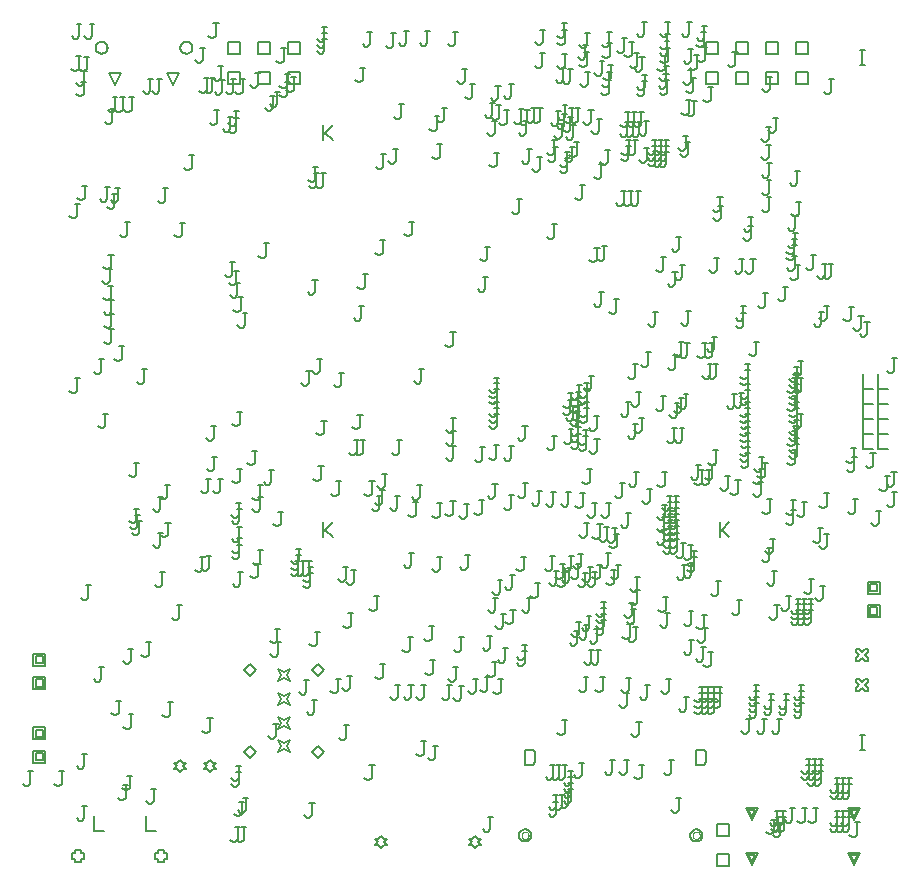
<source format=gbr>
%FSTAX23Y23*%
%MOIN*%
%SFA1B1*%

%IPPOS*%
%ADD141C,0.005000*%
%ADD145C,0.004000*%
%ADD272C,0.006667*%
%LNx98_carrier_v1r2_12082022_drawing_1-1*%
%LPD*%
G54D141*
X00214Y00062D02*
Y00052D01*
X00234*
Y00062*
X00244*
Y00082*
X00234*
Y00092*
X00214*
Y00082*
X00204*
Y00062*
X00214*
X0049D02*
Y00052D01*
X0051*
Y00062*
X0052*
Y00082*
X0051*
Y00092*
X0049*
Y00082*
X0048*
Y00062*
X0049*
X00275Y00204D02*
Y00154D01*
X00308*
X0045Y00204D02*
Y00154D01*
X00483*
X00561Y0035D02*
X00571Y0036D01*
X00581*
X00571Y0037*
X00581Y0038*
X00571*
X00561Y0039*
X00551Y0038*
X00541*
X00551Y0037*
X00541Y0036*
X00551*
X00561Y0035*
X00661D02*
X00671Y0036D01*
X00681*
X00671Y0037*
X00681Y0038*
X00671*
X00661Y0039*
X00651Y0038*
X00641*
X00651Y0037*
X00641Y0036*
X00651*
X00661Y0035*
X00074Y00459D02*
Y00499D01*
X00114*
Y00459*
X00074*
X00082Y00467D02*
Y00491D01*
X00106*
Y00467*
X00082*
X00074Y00381D02*
Y00421D01*
X00114*
Y00381*
X00074*
X00082Y00389D02*
Y00413D01*
X00106*
Y00389*
X00082*
X00073Y00627D02*
Y00667D01*
X00113*
Y00627*
X00073*
X00081Y00635D02*
Y00659D01*
X00105*
Y00635*
X00081*
X00073Y00705D02*
Y00745D01*
X00113*
Y00705*
X00073*
X00081Y00713D02*
Y00737D01*
X00105*
Y00713*
X00081*
X00776Y00417D02*
X00796Y00437D01*
X00816Y00417*
X00796Y00397*
X00776Y00417*
X02354Y00137D02*
Y00177D01*
X02394*
Y00137*
X02354*
Y00037D02*
Y00077D01*
X02394*
Y00037*
X02354*
X02468Y00042D02*
X02448Y00082D01*
X02488*
X02468Y00042*
Y0005D02*
X02456Y00074D01*
X0248*
X02468Y0005*
X02809Y00042D02*
X02789Y00082D01*
X02829*
X02809Y00042*
Y0005D02*
X02797Y00074D01*
X02821*
X02809Y0005*
Y00192D02*
X02789Y00232D01*
X02829*
X02809Y00192*
Y002D02*
X02797Y00224D01*
X02821*
X02809Y002*
X02468Y00192D02*
X02448Y00232D01*
X02488*
X02468Y00192*
Y002D02*
X02456Y00224D01*
X0248*
X02468Y002*
X01232Y00098D02*
X01242Y00108D01*
X01252*
X01242Y00118*
X01252Y00128*
X01242*
X01232Y00138*
X01222Y00128*
X01212*
X01222Y00118*
X01212Y00108*
X01222*
X01232Y00098*
X01547D02*
X01557Y00108D01*
X01567*
X01557Y00118*
X01567Y00128*
X01557*
X01547Y00138*
X01537Y00128*
X01527*
X01537Y00118*
X01527Y00108*
X01537*
X01547Y00098*
X01038Y01183D02*
Y01133D01*
Y0115*
X01071Y01183*
X01046Y01158*
X01071Y01133*
X01038Y02506D02*
Y02456D01*
Y02473*
X01071Y02506*
X01046Y02481*
X01071Y02456*
X02828Y02758D02*
X02845D01*
X02836*
Y02708*
X02828*
X02845*
X00346Y02641D02*
X00326Y02681D01*
X00366*
X00346Y02641*
X00539D02*
X00519Y02681D01*
X00559*
X00539Y02641*
X0289Y01578D02*
Y01528D01*
X02923*
X0289Y01528D02*
Y01478D01*
X02923*
X0284Y01528D02*
Y01478D01*
X02873*
X0284Y01478D02*
Y01428D01*
X02873*
X0284Y01578D02*
Y01528D01*
X02873*
X0284Y01628D02*
Y01578D01*
X02873*
X0289Y01478D02*
Y01428D01*
X02923*
X0289Y01628D02*
Y01578D01*
X02923*
X0284Y01678D02*
Y01628D01*
X02873*
X0289Y01678D02*
Y01628D01*
X02923*
X02617Y02744D02*
Y02784D01*
X02657*
Y02744*
X02617*
X02517D02*
Y02784D01*
X02557*
Y02744*
X02517*
X02417D02*
Y02784D01*
X02457*
Y02744*
X02417*
X02317D02*
Y02784D01*
X02357*
Y02744*
X02317*
Y02644D02*
Y02684D01*
X02357*
Y02644*
X02317*
X02417D02*
Y02684D01*
X02457*
Y02644*
X02417*
X02517D02*
Y02684D01*
X02557*
Y02644*
X02517*
X02617D02*
Y02684D01*
X02657*
Y02644*
X02617*
X00924Y02744D02*
Y02784D01*
X00964*
Y02744*
X00924*
X00824D02*
Y02784D01*
X00864*
Y02744*
X00824*
X00724D02*
Y02784D01*
X00764*
Y02744*
X00724*
Y02644D02*
Y02684D01*
X00764*
Y02644*
X00724*
X00824D02*
Y02684D01*
X00864*
Y02644*
X00824*
X00924D02*
Y02684D01*
X00964*
Y02644*
X00924*
X01713Y00425D02*
Y00375D01*
X01738*
X01746Y00384*
Y00417*
X01738Y00425*
X01713*
X02283D02*
Y00375D01*
X02308*
X02317Y00384*
Y00417*
X02308Y00425*
X02283*
X01004Y00417D02*
X01024Y00437D01*
X01044Y00417*
X01024Y00397*
X01004Y00417*
Y00692D02*
X01024Y00712D01*
X01044Y00692*
X01024Y00672*
X01004Y00692*
X00776D02*
X00796Y00712D01*
X00816Y00692*
X00796Y00672*
X00776Y00692*
X0089Y00417D02*
X009Y00437D01*
X0089Y00457*
X0091Y00447*
X0093Y00457*
X0092Y00437*
X0093Y00417*
X0091Y00427*
X0089Y00417*
Y00495D02*
X009Y00515D01*
X0089Y00535*
X0091Y00525*
X0093Y00535*
X0092Y00515*
X0093Y00495*
X0091Y00505*
X0089Y00495*
Y00574D02*
X009Y00594D01*
X0089Y00614*
X0091Y00604*
X0093Y00614*
X0092Y00594*
X0093Y00574*
X0091Y00584*
X0089Y00574*
Y00653D02*
X009Y00673D01*
X0089Y00693*
X0091Y00683*
X0093Y00693*
X0092Y00673*
X0093Y00653*
X0091Y00663*
X0089Y00653*
X02855Y00867D02*
Y00907D01*
X02895*
Y00867*
X02855*
X02863Y00875D02*
Y00899D01*
X02887*
Y00875*
X02863*
X02855Y00945D02*
Y00985D01*
X02895*
Y00945*
X02855*
X02863Y00953D02*
Y00977D01*
X02887*
Y00953*
X02863*
X02817Y0062D02*
X02827D01*
X02837Y0063*
X02847Y0062*
X02857*
Y0063*
X02847Y0064*
X02857Y0065*
Y0066*
X02847*
X02837Y0065*
X02827Y0066*
X02817*
Y0065*
X02827Y0064*
X02817Y0063*
Y0062*
Y0072D02*
X02827D01*
X02837Y0073*
X02847Y0072*
X02857*
Y0073*
X02847Y0074*
X02857Y0075*
Y0076*
X02847*
X02837Y0075*
X02827Y0076*
X02817*
Y0075*
X02827Y0074*
X02817Y0073*
Y0072*
X02828Y00475D02*
X02845D01*
X02836*
Y00425*
X02828*
X02845*
X02361Y01183D02*
Y01133D01*
Y0115*
X02394Y01183*
X02369Y01158*
X02394Y01133*
X00711Y02658D02*
X00694D01*
X00702*
Y02617*
X00694Y02608*
X00686*
X00678Y02617*
X00748Y02659D02*
X00731D01*
X0074*
Y02617*
X00731Y02609*
X00723*
X00715Y02617*
X0152Y02694D02*
X01503D01*
X01511*
Y02653*
X01503Y02645*
X01495*
X01487Y02653*
X01308Y02576D02*
X01291D01*
X01299*
Y02535*
X01291Y02527*
X01283*
X01275Y02535*
X0177Y02401D02*
X01753D01*
X01762*
Y0236*
X01753Y02351*
X01745*
X01737Y0236*
X01735Y02427D02*
X01718D01*
X01726*
Y02386*
X01718Y02378*
X0171*
X01702Y02386*
X01627Y02415D02*
X0161D01*
X01618*
Y02374*
X0161Y02366*
X01602*
X01594Y02374*
X01395Y0282D02*
X01378D01*
X01386*
Y02779*
X01378Y02771*
X0137*
X01362Y02779*
X01489Y02818D02*
X01472D01*
X0148*
Y02777*
X01472Y02769*
X01464*
X01456Y02777*
X01452Y02565D02*
X01435D01*
X01443*
Y02524*
X01435Y02516*
X01427*
X01419Y02524*
X01282Y02813D02*
X01265D01*
X01273*
Y02772*
X01265Y02764*
X01257*
X01249Y02772*
X01204Y02817D02*
X01187D01*
X01195*
Y02776*
X01187Y02768*
X01179*
X01171Y02776*
X01325Y02821D02*
X01308D01*
X01316*
Y0278*
X01308Y02772*
X013*
X01292Y0278*
X00426Y01382D02*
X00409D01*
X00417*
Y01341*
X00409Y01333*
X00401*
X00392Y01341*
X00323Y01545D02*
X00306D01*
X00314*
Y01504*
X00306Y01496*
X00298*
X0029Y01504*
X00177Y00353D02*
X0016D01*
X00168*
Y00312*
X0016Y00304*
X00152*
X00143Y00312*
X00252Y0041D02*
X00236D01*
X00244*
Y00369*
X00236Y00361*
X00227*
X00219Y00369*
X00252Y00238D02*
X00236D01*
X00244*
Y00196*
X00236Y00188*
X00227*
X00219Y00196*
X00071Y00354D02*
X00055D01*
X00063*
Y00312*
X00055Y00304*
X00046*
X00038Y00312*
X02629Y02354D02*
X02612D01*
X0262*
Y02313*
X02612Y02305*
X02604*
X02596Y02313*
X00452Y01693D02*
X00435D01*
X00443*
Y01652*
X00435Y01644*
X00427*
X00419Y01652*
X00308Y007D02*
X00291D01*
X00299*
Y00659*
X00291Y00651*
X00283*
X00275Y00659*
X00568Y00906D02*
X00552D01*
X0056*
Y00865*
X00552Y00856*
X00543*
X00535Y00865*
X0088Y02605D02*
X00863D01*
X00872*
Y02564*
X00863Y02555*
X00855*
X00847Y02564*
X00895Y02618D02*
X00879D01*
X00887*
Y02576*
X00879Y02568*
X0087*
X00862Y02576*
X00928Y0265D02*
X00911D01*
X00919*
Y02608*
X00911Y026*
X00903*
X00894Y02608*
X00694Y02556D02*
X00677D01*
X00686*
Y02515*
X00677Y02506*
X00669*
X00661Y02515*
X00758Y02555D02*
X00741D01*
X00749*
Y02514*
X00741Y02505*
X00733*
X00724Y02514*
X0066Y02663D02*
X00643D01*
X00652*
Y02622*
X00643Y02613*
X00635*
X00627Y02622*
X00678Y02663D02*
X00661D01*
X0067*
Y02622*
X00661Y02613*
X00653*
X00645Y02622*
X00647Y02765D02*
X0063D01*
X00639*
Y02724*
X0063Y02715*
X00622*
X00614Y02724*
X00707Y02705D02*
X0069D01*
X00699*
Y02664*
X0069Y02655*
X00682*
X00674Y02664*
X00691Y02846D02*
X00674D01*
X00682*
Y02805*
X00674Y02797*
X00666*
X00657Y02805*
X00228Y01663D02*
X00211D01*
X00219*
Y01622*
X00211Y01614*
X00203*
X00194Y01622*
X01247Y02123D02*
X0123D01*
X01238*
Y02082*
X0123Y02074*
X01222*
X01213Y02082*
X00506Y01267D02*
X00489D01*
X00497*
Y01226*
X00489Y01218*
X00481*
X00472Y01226*
X00528Y01308D02*
X00511D01*
X00519*
Y01267*
X00511Y01259*
X00503*
X00494Y01267*
X00309Y01726D02*
X00292D01*
X003*
Y01685*
X00292Y01677*
X00284*
X00275Y01685*
X02802Y0031D02*
X02785D01*
X02794*
Y00269*
X02785Y0026*
X02777*
X02769Y00269*
X02762Y0033D02*
X02745D01*
X02754*
Y00289*
X02745Y0028*
X02737*
X02729Y00289*
X02782Y0033D02*
X02765D01*
X02774*
Y00289*
X02765Y0028*
X02757*
X02749Y00289*
X02707Y00395D02*
X0269D01*
X02699*
Y00354*
X0269Y00345*
X02682*
X02674Y00354*
X02802Y0033D02*
X02785D01*
X02794*
Y00289*
X02785Y0028*
X02777*
X02769Y00289*
X02817Y01429D02*
X028D01*
X02808*
Y01388*
X028Y0138*
X02792*
X02783Y01388*
X02928Y01336D02*
X02911D01*
X02919*
Y01295*
X02911Y01287*
X02903*
X02894Y01295*
X02782Y0031D02*
X02765D01*
X02774*
Y00269*
X02765Y0026*
X02757*
X02749Y00269*
X02763Y0031D02*
X02747D01*
X02755*
Y00269*
X02747Y0026*
X02738*
X0273Y00269*
X02707Y00355D02*
X0269D01*
X02699*
Y00314*
X0269Y00305*
X02682*
X02674Y00314*
X02707Y00375D02*
X0269D01*
X02699*
Y00334*
X0269Y00325*
X02682*
X02674Y00334*
X00265Y00973D02*
X00249D01*
X00257*
Y00932*
X00249Y00924*
X0024*
X00232Y00932*
X00228Y02245D02*
X00211D01*
X00219*
Y02204*
X00211Y02196*
X00203*
X00194Y02204*
X00406Y00761D02*
X0039D01*
X00398*
Y00719*
X0039Y00711*
X00381*
X00373Y00719*
X00407Y00543D02*
X00391D01*
X00399*
Y00501*
X00391Y00493*
X00382*
X00374Y00501*
X00483Y00295D02*
X00467D01*
X00475*
Y00253*
X00467Y00245*
X00458*
X0045Y00253*
X00389Y00307D02*
X00373D01*
X00381*
Y00265*
X00373Y00257*
X00364*
X00356Y00265*
X00467Y00783D02*
X0045D01*
X00458*
Y00742*
X0045Y00734*
X00442*
X00433Y00742*
X00538Y00583D02*
X00521D01*
X00529*
Y00542*
X00521Y00534*
X00513*
X00504Y00542*
X00671Y00529D02*
X00654D01*
X00662*
Y00488*
X00654Y0048*
X00646*
X00637Y00488*
X00367Y00588D02*
X0035D01*
X00358*
Y00547*
X0035Y00539*
X00342*
X00333Y00547*
X00404Y00338D02*
X00387D01*
X00395*
Y00297*
X00387Y00289*
X00379*
X0037Y00297*
X00763Y00167D02*
X00747D01*
X00755*
Y00125*
X00747Y00117*
X00738*
X0073Y00125*
X00783Y00167D02*
X00767D01*
X00775*
Y00125*
X00767Y00117*
X00758*
X0075Y00125*
X00512Y01016D02*
X00495D01*
X00503*
Y00975*
X00495Y00967*
X00487*
X00478Y00975*
X01546Y02643D02*
X01529D01*
X01537*
Y02602*
X01529Y02593*
X01521*
X01513Y02602*
X02634Y02252D02*
X02617D01*
X02625*
Y02211*
X02617Y02203*
X02609*
X026Y02211*
X00254Y02305D02*
X00237D01*
X00245*
Y02264*
X00237Y02256*
X00229*
X0022Y02264*
X01124Y01034D02*
X01107D01*
X01115*
Y00993*
X01107Y00985*
X01099*
X0109Y00993*
X01051Y01522D02*
X01034D01*
X01042*
Y01481*
X01034Y01473*
X01026*
X01017Y01481*
X01171Y01542D02*
X01154D01*
X01162*
Y01501*
X01154Y01493*
X01146*
X01137Y01501*
X0115Y01024D02*
X01133D01*
X01141*
Y00983*
X01133Y00975*
X01125*
X01116Y00983*
X01001Y01687D02*
X00984D01*
X00992*
Y01646*
X00984Y01638*
X00976*
X00967Y01646*
X01109Y01682D02*
X01092D01*
X011*
Y01641*
X01092Y01633*
X01084*
X01075Y01641*
X02032Y01042D02*
X02015D01*
X02023*
Y01001*
X02015Y00993*
X02007*
X01998Y01001*
X02017Y01023D02*
X02D01*
X02008*
Y00982*
X02Y00974*
X01992*
X01983Y00982*
X01681Y00892D02*
X01664D01*
X01672*
Y00851*
X01664Y00843*
X01656*
X01647Y00851*
X01604Y00805D02*
X01587D01*
X01596*
Y00763*
X01587Y00755*
X01579*
X01571Y00763*
X01986Y02103D02*
X01969D01*
X01977*
Y02062*
X01969Y02054*
X01961*
X01952Y02062*
X01648Y00877D02*
X01631D01*
X01639*
Y00836*
X01631Y00828*
X01623*
X01614Y00836*
X01961Y02098D02*
X01944D01*
X01952*
Y02057*
X01944Y02049*
X01936*
X01927Y02057*
X02027Y01145D02*
X0201D01*
X02018*
Y01104*
X0201Y01096*
X02002*
X01993Y01104*
X0162Y02521D02*
X01603D01*
X01611*
Y0248*
X01603Y02471*
X01595*
X01587Y0248*
X00341Y02075D02*
X00324D01*
X00332*
Y02034*
X00324Y02026*
X00316*
X00307Y02034*
X00337Y02027D02*
X0032D01*
X00328*
Y01986*
X0032Y01978*
X00312*
X00303Y01986*
X0034Y01972D02*
X00323D01*
X00331*
Y01931*
X00323Y01923*
X00315*
X00306Y01931*
X00342Y01924D02*
X00325D01*
X00333*
Y01883*
X00325Y01875*
X00317*
X00308Y01883*
X00787Y0188D02*
X00771D01*
X00779*
Y01839*
X00771Y01831*
X00762*
X00754Y01839*
X00763Y0198D02*
X00746D01*
X00754*
Y01939*
X00746Y01931*
X00738*
X00729Y01939*
X00774Y01933D02*
X00757D01*
X00765*
Y01892*
X00757Y01884*
X00749*
X0074Y01892*
X00759Y02022D02*
X00742D01*
X0075*
Y01981*
X00742Y01973*
X00734*
X00725Y01981*
X01922Y01015D02*
X01905D01*
X01913*
Y00974*
X01905Y00966*
X01897*
X01888Y00974*
X01938Y01034D02*
X01921D01*
X01929*
Y00993*
X01921Y00985*
X01913*
X01904Y00993*
X01954Y01017D02*
X01937D01*
X01945*
Y00976*
X01937Y00968*
X01929*
X0192Y00976*
X0197Y01042D02*
X01953D01*
X01961*
Y01001*
X01953Y00993*
X01945*
X01936Y01001*
X00377Y01769D02*
X0036D01*
X00368*
Y01728*
X0036Y0172*
X00352*
X00343Y01728*
X00343Y01826D02*
X00326D01*
X00334*
Y01785*
X00326Y01777*
X00318*
X00309Y01785*
X00343Y01878D02*
X00326D01*
X00334*
Y01837*
X00326Y01829*
X00318*
X00309Y01837*
X0025Y02652D02*
X00233D01*
X00241*
Y02611*
X00233Y02603*
X00225*
X00216Y02611*
X0026Y02735D02*
X00243D01*
X00251*
Y02694*
X00243Y02686*
X00235*
X00226Y02694*
X00251Y02687D02*
X00234D01*
X00242*
Y02646*
X00234Y02638*
X00226*
X00217Y02646*
X00234Y02736D02*
X00217D01*
X00225*
Y02695*
X00217Y02687*
X00209*
X002Y02695*
X01481Y01816D02*
X01464D01*
X01472*
Y01775*
X01464Y01767*
X01456*
X01447Y01775*
X01596Y02102D02*
X01579D01*
X01587*
Y02061*
X01579Y02053*
X01571*
X01562Y02061*
X01589Y02001D02*
X01572D01*
X0158*
Y0196*
X01572Y01952*
X01564*
X01555Y0196*
X00858Y02113D02*
X00841D01*
X00849*
Y02072*
X00841Y02064*
X00833*
X00824Y02072*
X02318Y00875D02*
X02301D01*
X02309*
Y00834*
X02301Y00826*
X02293*
X02284Y00834*
X01188Y02009D02*
X01171D01*
X01179*
Y01968*
X01171Y0196*
X01163*
X01154Y01968*
X01913Y02306D02*
X01896D01*
X01904*
Y02265*
X01896Y02257*
X01888*
X01879Y02265*
X0114Y00879D02*
X01123D01*
X01131*
Y00838*
X01123Y0083*
X01115*
X01106Y00838*
X02196Y0088D02*
X02179D01*
X02187*
Y00839*
X02179Y00831*
X02171*
X02162Y00839*
X0234Y0075D02*
X02324D01*
X02332*
Y00708*
X02324Y007*
X02315*
X02307Y00708*
X01655Y00765D02*
X01638D01*
X01646*
Y00723*
X01638Y00715*
X0163*
X01621Y00723*
X02536Y02667D02*
X0252D01*
X02528*
Y02626*
X0252Y02617*
X02511*
X02503Y02626*
X01996Y02425D02*
X01979D01*
X01988*
Y02384*
X01979Y02375*
X01971*
X01963Y02384*
X02365Y00986D02*
X02348D01*
X02356*
Y00945*
X02348Y00936*
X0234*
X02331Y00945*
X01894Y0082D02*
X01877D01*
X01886*
Y00779*
X01877Y0077*
X01869*
X01861Y00779*
X01926Y00842D02*
X01909D01*
X01917*
Y008*
X01909Y00792*
X01901*
X01892Y008*
X02089Y00835D02*
X02072D01*
X02081*
Y00794*
X02072Y00785*
X02064*
X02056Y00794*
X02195Y02809D02*
X02179D01*
X02187*
Y02768*
X02179Y02759*
X0217*
X02162Y02768*
X02274Y0276D02*
X02257D01*
X02265*
Y02719*
X02257Y0271*
X02249*
X02241Y02719*
X02283Y02664D02*
X02266D01*
X02274*
Y02622*
X02266Y02614*
X02258*
X02249Y02622*
X02191Y02678D02*
X02174D01*
X02182*
Y02637*
X02174Y02628*
X02166*
X02158Y02637*
X02119Y02675D02*
X02102D01*
X02111*
Y02634*
X02102Y02625*
X02094*
X02086Y02634*
X02002Y02683D02*
X01985D01*
X01993*
Y02642*
X01985Y02633*
X01977*
X01969Y02642*
X0219Y00933D02*
X02173D01*
X02182*
Y00891*
X02173Y00883*
X02165*
X02157Y00891*
X01234Y0127D02*
X01218D01*
X01226*
Y01228*
X01218Y0122*
X01209*
X01201Y01228*
X01227Y00936D02*
X0121D01*
X01218*
Y00895*
X0121Y00887*
X01202*
X01193Y00895*
X01342Y01081D02*
X01325D01*
X01333*
Y0104*
X01325Y01032*
X01317*
X01308Y0104*
X01247Y0071D02*
X0123D01*
X01239*
Y00668*
X0123Y0066*
X01222*
X01214Y00668*
X02259Y006D02*
X02242D01*
X0225*
Y00559*
X02242Y00551*
X02234*
X02225Y00559*
X02066Y00665D02*
X0205D01*
X02058*
Y00624*
X0205Y00615*
X02041*
X02033Y00624*
X02492Y006D02*
X02475D01*
X02484*
Y00559*
X02475Y0055*
X02467*
X02459Y00559*
X02492Y0062D02*
X02475D01*
X02484*
Y00579*
X02475Y0057*
X02467*
X02459Y00579*
X02492Y0058D02*
X02475D01*
X02484*
Y00539*
X02475Y0053*
X02467*
X02459Y00539*
X02129Y00641D02*
X02112D01*
X0212*
Y006*
X02112Y00592*
X02104*
X02095Y006*
X01421Y00438D02*
X01405D01*
X01413*
Y00397*
X01405Y00389*
X01396*
X01388Y00397*
X02321Y00831D02*
X02304D01*
X02312*
Y0079*
X02304Y00782*
X02296*
X02287Y0079*
X02493Y01785D02*
X02476D01*
X02484*
Y01744*
X02476Y01736*
X02468*
X02459Y01744*
X02443Y01615D02*
X02426D01*
X02434*
Y01573*
X02426Y01565*
X02418*
X02409Y01573*
X02351Y01801D02*
X02335D01*
X02343*
Y0176*
X02335Y01751*
X02326*
X02318Y0176*
X01819Y02176D02*
X01802D01*
X0181*
Y02135*
X01802Y02127*
X01794*
X01785Y02135*
X01819Y01472D02*
X01802D01*
X0181*
Y01431*
X01802Y01423*
X01794*
X01785Y01431*
X02535Y01098D02*
X02518D01*
X02526*
Y01057*
X02518Y01049*
X0251*
X02501Y01057*
X02616Y01256D02*
X02599D01*
X02607*
Y01215*
X02599Y01207*
X02591*
X02582Y01215*
X0206Y00614D02*
X02043D01*
X02051*
Y00573*
X02043Y00565*
X02035*
X02026Y00573*
X02435Y00923D02*
X02418D01*
X02426*
Y00882*
X02418Y00874*
X0241*
X02401Y00882*
X0234Y02633D02*
X02323D01*
X02331*
Y02592*
X02323Y02584*
X02315*
X02306Y02592*
X01968Y02527D02*
X01951D01*
X01959*
Y02486*
X01951Y02478*
X01943*
X01934Y02486*
X02431Y01323D02*
X02414D01*
X02422*
Y01282*
X02414Y01274*
X02406*
X02397Y01282*
X01936Y0136D02*
X0192D01*
X01928*
Y01318*
X0192Y0131*
X01912*
X01903Y01318*
X00779Y0266D02*
X00763D01*
X00771*
Y02618*
X00763Y0261*
X00754*
X00746Y02618*
X0083Y02682D02*
X00813D01*
X00822*
Y02641*
X00813Y02632*
X00805*
X00797Y02641*
X00758Y0253D02*
X00741D01*
X00749*
Y02488*
X00741Y0248*
X00733*
X00724Y02488*
X00738Y02535D02*
X00722D01*
X0073*
Y02493*
X00722Y02485*
X00713*
X00705Y02493*
X0095Y02667D02*
X00933D01*
X00942*
Y02625*
X00933Y02617*
X00925*
X00917Y02625*
X01843Y02512D02*
X01827D01*
X01835*
Y0247*
X01827Y02462*
X01818*
X0181Y0247*
X00928Y02678D02*
X00911D01*
X00919*
Y02637*
X00911Y02629*
X00903*
X00894Y02637*
X01508Y00637D02*
X01491D01*
X01499*
Y00596*
X01491Y00588*
X01483*
X01474Y00596*
X0082Y01422D02*
X00803D01*
X00811*
Y01381*
X00803Y01373*
X00795*
X00786Y01381*
X00531Y01182D02*
X00514D01*
X00522*
Y01141*
X00514Y01133*
X00506*
X00497Y01141*
X02584Y00199D02*
X02567D01*
X02575*
Y00158*
X02567Y0015*
X02559*
X0255Y00158*
X0255Y00192D02*
X02533D01*
X02541*
Y00151*
X02533Y00143*
X02525*
X02516Y00151*
X02566Y00201D02*
X02549D01*
X02557*
Y0016*
X02549Y00152*
X02541*
X02532Y0016*
X02572Y00182D02*
X02555D01*
X02563*
Y00141*
X02555Y00133*
X02547*
X02538Y00141*
X02234Y00264D02*
X02217D01*
X02225*
Y00223*
X02217Y00215*
X02209*
X022Y00223*
X01854Y00523D02*
X01837D01*
X01845*
Y00482*
X01837Y00474*
X01829*
X0182Y00482*
X01605Y00201D02*
X01588D01*
X01597*
Y0016*
X01588Y00151*
X0158*
X01572Y0016*
X00891Y00511D02*
X00874D01*
X00882*
Y0047*
X00874Y00462*
X00866*
X00857Y0047*
X02801Y00221D02*
X02784D01*
X02792*
Y00179*
X02784Y00171*
X02776*
X02767Y00179*
X00769Y01108D02*
X00752D01*
X0076*
Y01067*
X00752Y01059*
X00744*
X00735Y01067*
X01028Y00818D02*
X01011D01*
X01019*
Y00777*
X01011Y00769*
X01003*
X00994Y00777*
X02618Y02126D02*
X02601D01*
X02609*
Y02085*
X02601Y02077*
X02593*
X02584Y02085*
X02618Y02106D02*
X02601D01*
X02609*
Y02065*
X02601Y02057*
X02593*
X02584Y02065*
X02681Y02073D02*
X02665D01*
X02673*
Y02032*
X02665Y02024*
X02656*
X02648Y02032*
X02589Y01968D02*
X02572D01*
X0258*
Y01927*
X02572Y01919*
X02564*
X02555Y01927*
X02727Y01904D02*
X0271D01*
X02719*
Y01863*
X0271Y01854*
X02702*
X02694Y01863*
X02841Y01871D02*
X02824D01*
X02832*
Y0183*
X02824Y01822*
X02816*
X02807Y0183*
X02808Y01902D02*
X02791D01*
X02799*
Y01861*
X02791Y01853*
X02783*
X02774Y01861*
X02727Y01279D02*
X0271D01*
X02718*
Y01238*
X0271Y0123*
X02702*
X02693Y01238*
X02653Y01249D02*
X02636D01*
X02644*
Y01208*
X02636Y012*
X02628*
X02619Y01208*
X02599Y00938D02*
X02582D01*
X02591*
Y00897*
X02582Y00888*
X02574*
X02566Y00897*
X0198Y00666D02*
X01963D01*
X01971*
Y00624*
X01963Y00616*
X01955*
X01946Y00624*
X02714Y00971D02*
X02697D01*
X02705*
Y0093*
X02697Y00922*
X02689*
X0268Y0093*
X02676Y00993D02*
X02659D01*
X02667*
Y00952*
X02659Y00944*
X02651*
X02642Y00952*
X00772Y01017D02*
X00755D01*
X00763*
Y00976*
X00755Y00968*
X00747*
X00738Y00976*
X00831Y01045D02*
X00814D01*
X00822*
Y01004*
X00814Y00996*
X00806*
X00797Y01004*
X01137Y0067D02*
X0112D01*
X01128*
Y00629*
X0112Y00621*
X01112*
X01103Y00629*
X01098Y00662D02*
X01081D01*
X01089*
Y00621*
X01081Y00613*
X01073*
X01064Y00621*
X00993Y00657D02*
X00976D01*
X00984*
Y00616*
X00976Y00608*
X00968*
X00959Y00616*
X00898Y00784D02*
X00881D01*
X00889*
Y00743*
X00881Y00735*
X00873*
X00864Y00743*
X00896Y00828D02*
X00879D01*
X00887*
Y00787*
X00879Y00779*
X00871*
X00862Y00787*
X01125Y00506D02*
X01108D01*
X01116*
Y00465*
X01108Y00457*
X011*
X01091Y00465*
X01019Y0059D02*
X01002D01*
X0101*
Y00549*
X01002Y00541*
X00994*
X00985Y00549*
X00685Y01402D02*
X00668D01*
X00676*
Y01361*
X00668Y01353*
X0066*
X00651Y01361*
X0077Y01362D02*
X00753D01*
X00761*
Y01321*
X00753Y01313*
X00745*
X00736Y01321*
X00875Y01358D02*
X00858D01*
X00867*
Y01317*
X00858Y01308*
X0085*
X00842Y01317*
X00838Y01306D02*
X00821D01*
X00829*
Y01265*
X00821Y01257*
X00813*
X00804Y01265*
X00838Y01267D02*
X00821D01*
X00829*
Y01226*
X00821Y01217*
X00813*
X00804Y01226*
X00767Y01247D02*
X0075D01*
X00758*
Y01206*
X0075Y01198*
X00742*
X00733Y01206*
X00907Y01218D02*
X0089D01*
X00898*
Y01177*
X0089Y01169*
X00882*
X00873Y01177*
X00667Y0107D02*
X0065D01*
X00658*
Y01029*
X0065Y01021*
X00642*
X00633Y01029*
X00429Y01208D02*
X00412D01*
X0042*
Y01167*
X00412Y01159*
X00404*
X00395Y01167*
X00435Y01188D02*
X00418D01*
X00426*
Y01147*
X00418Y01139*
X0041*
X00401Y01147*
X00426Y01228D02*
X00409D01*
X00417*
Y01187*
X00409Y01179*
X00401*
X00392Y01187*
X00839Y01089D02*
X00822D01*
X0083*
Y01048*
X00822Y0104*
X00814*
X00805Y01048*
X00646Y01066D02*
X00629D01*
X00637*
Y01025*
X00629Y01017*
X00621*
X00612Y01025*
X00665Y01328D02*
X00648D01*
X00656*
Y01287*
X00648Y01279*
X0064*
X00631Y01287*
X00705Y01328D02*
X00688D01*
X00696*
Y01287*
X00688Y01279*
X0068*
X00671Y01287*
X00769Y01227D02*
X00752D01*
X0076*
Y01186*
X00752Y01177*
X00744*
X00735Y01186*
X00769Y01168D02*
X00752D01*
X0076*
Y01127*
X00752Y01118*
X00744*
X00735Y01127*
X00769Y01129D02*
X00752D01*
X0076*
Y01088*
X00752Y01079*
X00744*
X00735Y01088*
X00506Y01148D02*
X00489D01*
X00497*
Y01107*
X00489Y01098*
X00481*
X00472Y01107*
X02828Y00183D02*
X02811D01*
X02819*
Y00142*
X02811Y00134*
X02803*
X02794Y00142*
X02208Y0039D02*
X02191D01*
X022*
Y00348*
X02191Y0034*
X02183*
X02175Y00348*
X0211Y00375D02*
X02093D01*
X02101*
Y00334*
X02093Y00326*
X02085*
X02076Y00334*
X0206Y0039D02*
X02043D01*
X02051*
Y00349*
X02043Y00341*
X02035*
X02026Y00349*
X02012Y00391D02*
X01995D01*
X02003*
Y0035*
X01995Y00342*
X01987*
X01978Y0035*
X02522Y01946D02*
X02505D01*
X02514*
Y01904*
X02505Y01896*
X02497*
X02489Y01904*
X0236Y02064D02*
X02343D01*
X02352*
Y02023*
X02343Y02014*
X02335*
X02327Y02023*
X01469Y00639D02*
X01452D01*
X0146*
Y00598*
X01452Y0059*
X01444*
X01435Y00598*
X00578Y02182D02*
X00561D01*
X00569*
Y02141*
X00561Y02133*
X00553*
X00544Y02141*
X00395Y02184D02*
X00378D01*
X00386*
Y02142*
X00378Y02134*
X0037*
X00361Y02142*
X01881Y02508D02*
X01865D01*
X01873*
Y02466*
X01865Y02458*
X01856*
X01848Y02466*
X0162Y00716D02*
X01603D01*
X01612*
Y00674*
X01603Y00666*
X01595*
X01587Y00674*
X0164Y0066D02*
X01623D01*
X01632*
Y00618*
X01623Y0061*
X01615*
X01607Y00618*
X02629Y0204D02*
X02613D01*
X02621*
Y01998*
X02613Y0199*
X02604*
X02596Y01998*
X0149Y00701D02*
X01473D01*
X01481*
Y00659*
X01473Y00651*
X01465*
X01456Y00659*
X01413Y00723D02*
X01397D01*
X01405*
Y00681*
X01397Y00673*
X01388*
X0138Y00681*
X01819Y02457D02*
X01802D01*
X0181*
Y02415*
X01802Y02407*
X01794*
X01785Y02415*
X02762Y0022D02*
X02745D01*
X02754*
Y00179*
X02745Y0017*
X02737*
X02729Y00179*
X02782Y0022D02*
X02765D01*
X02774*
Y00179*
X02765Y0017*
X02757*
X02749Y00179*
X02762Y002D02*
X02745D01*
X02754*
Y00159*
X02745Y0015*
X02737*
X02729Y00159*
X02782Y002D02*
X02765D01*
X02774*
Y00159*
X02765Y0015*
X02757*
X02749Y00159*
X02802Y002D02*
X02785D01*
X02794*
Y00159*
X02785Y0015*
X02777*
X02769Y00159*
X02612Y0023D02*
X02595D01*
X02604*
Y00189*
X02595Y0018*
X02587*
X02579Y00189*
X02581Y00221D02*
X02564D01*
X02572*
Y00179*
X02564Y00171*
X02556*
X02547Y00179*
X02562Y0022D02*
X02545D01*
X02554*
Y00179*
X02545Y0017*
X02537*
X02529Y00179*
X02667Y00375D02*
X0265D01*
X02659*
Y00334*
X0265Y00325*
X02642*
X02634Y00334*
X02687Y00355D02*
X0267D01*
X02679*
Y00314*
X0267Y00305*
X02662*
X02654Y00314*
X02687Y00375D02*
X0267D01*
X02679*
Y00334*
X0267Y00325*
X02662*
X02654Y00334*
X02687Y00395D02*
X0267D01*
X02679*
Y00354*
X0267Y00345*
X02662*
X02654Y00354*
X02667Y00395D02*
X0265D01*
X02659*
Y00354*
X0265Y00345*
X02642*
X02634Y00354*
X01383Y00642D02*
X01366D01*
X01375*
Y006*
X01366Y00592*
X01358*
X0135Y006*
X01341Y00642D02*
X01324D01*
X01333*
Y006*
X01324Y00592*
X01316*
X01308Y006*
X00917Y02763D02*
X009D01*
X00908*
Y02721*
X009Y02713*
X00892*
X00883Y02721*
X00609Y02406D02*
X00592D01*
X00601*
Y02364*
X00592Y02356*
X00584*
X00576Y02364*
X01509Y008D02*
X01492D01*
X015*
Y00758*
X01492Y0075*
X01484*
X01475Y00758*
X01846Y01043D02*
X01829D01*
X01838*
Y01001*
X01829Y00993*
X01821*
X01813Y01001*
X01826Y0102D02*
X01809D01*
X01817*
Y00979*
X01809Y0097*
X01801*
X01792Y00979*
X01982Y00857D02*
X01965D01*
X01973*
Y00815*
X01965Y00807*
X01957*
X01948Y00815*
X02275Y00792D02*
X02259D01*
X02267*
Y00751*
X02259Y00742*
X0225*
X02242Y00751*
X01983Y00898D02*
X01966D01*
X01975*
Y00856*
X01966Y00848*
X01958*
X0195Y00856*
X01875Y01071D02*
X01858D01*
X01866*
Y01029*
X01858Y01021*
X0185*
X01841Y01029*
X01984Y00917D02*
X01967D01*
X01975*
Y00876*
X01967Y00867*
X01959*
X0195Y00876*
X01899Y01043D02*
X01882D01*
X0189*
Y01001*
X01882Y00993*
X01874*
X01865Y01001*
X01983Y00877D02*
X01967D01*
X01975*
Y00836*
X01967Y00827*
X01958*
X0195Y00836*
X01853Y01016D02*
X01837D01*
X01845*
Y00974*
X01837Y00966*
X01828*
X0182Y00974*
X01868Y01032D02*
X01852D01*
X0186*
Y0099*
X01852Y00982*
X01843*
X01835Y0099*
X02274Y00886D02*
X02258D01*
X02266*
Y00844*
X02258Y00836*
X02249*
X02241Y00844*
X02592Y0059D02*
X02575D01*
X02584*
Y00549*
X02575Y0054*
X02567*
X02559Y00549*
X02592Y0061D02*
X02575D01*
X02584*
Y00569*
X02575Y0056*
X02567*
X02559Y00569*
X02542Y0059D02*
X02525D01*
X02534*
Y00549*
X02525Y0054*
X02517*
X02509Y00549*
X02542Y0061D02*
X02525D01*
X02534*
Y00569*
X02525Y0056*
X02517*
X02509Y00569*
X02642Y0058D02*
X02625D01*
X02634*
Y00539*
X02625Y0053*
X02617*
X02609Y00539*
X02642Y006D02*
X02625D01*
X02634*
Y00559*
X02625Y0055*
X02617*
X02609Y00559*
X02642Y0062D02*
X02625D01*
X02634*
Y00579*
X02625Y0057*
X02617*
X02609Y00579*
X02642Y0064D02*
X02625D01*
X02634*
Y00599*
X02625Y0059*
X02617*
X02609Y00599*
X02492Y0064D02*
X02475D01*
X02484*
Y00599*
X02475Y0059*
X02467*
X02459Y00599*
X02467Y00528D02*
X0245D01*
X02459*
Y00487*
X0245Y00478*
X02442*
X02434Y00487*
X02568Y00528D02*
X02552D01*
X0256*
Y00487*
X02552Y00478*
X02543*
X02535Y00487*
X02519Y00528D02*
X02502D01*
X0251*
Y00487*
X02502Y00478*
X02494*
X02485Y00487*
X01021Y01992D02*
X01004D01*
X01013*
Y01951*
X01004Y01942*
X00996*
X00988Y01951*
X01596Y00666D02*
X01579D01*
X01587*
Y00625*
X01579Y00616*
X01571*
X01562Y00625*
X01556Y0066D02*
X01539D01*
X01548*
Y00619*
X01539Y0061*
X01531*
X01523Y00619*
X01296Y00642D02*
X01279D01*
X01288*
Y006*
X01279Y00592*
X01271*
X01263Y006*
X01854Y02575D02*
X01838D01*
X01846*
Y02533*
X01838Y02525*
X01829*
X01821Y02533*
X00521Y02296D02*
X00505D01*
X00513*
Y02254*
X00505Y02246*
X00496*
X00488Y02254*
X01037Y01727D02*
X0102D01*
X01028*
Y01686*
X0102Y01678*
X01012*
X01003Y01686*
X02333Y01356D02*
X02316D01*
X02325*
Y01314*
X02316Y01306*
X02308*
X023Y01314*
X02464Y01709D02*
X02447D01*
X02455*
Y01667*
X02447Y01659*
X02439*
X0243Y01667*
X02337Y01711D02*
X02321D01*
X02329*
Y01669*
X02321Y01661*
X02312*
X02304Y01669*
X02357Y01424D02*
X0234D01*
X02349*
Y01382*
X0234Y01374*
X02332*
X02324Y01382*
X02222Y01739D02*
X02205D01*
X02213*
Y01697*
X02205Y01689*
X02197*
X02188Y01697*
X02242Y01785D02*
X02225D01*
X02234*
Y01743*
X02225Y01735*
X02217*
X02209Y01743*
X02132Y0175D02*
X02115D01*
X02124*
Y01708*
X02115Y017*
X02107*
X02099Y01708*
X01909Y00381D02*
X01892D01*
X01901*
Y0034*
X01892Y00332*
X01884*
X01876Y0034*
X01874Y00355D02*
X01857D01*
X01866*
Y00314*
X01857Y00305*
X01849*
X01841Y00314*
X01437Y02444D02*
X0142D01*
X01428*
Y02402*
X0142Y02394*
X01412*
X01403Y02402*
X00503Y02661D02*
X00486D01*
X00494*
Y02619*
X00486Y02611*
X00478*
X00469Y02619*
X00473Y02661D02*
X00456D01*
X00464*
Y02619*
X00456Y02611*
X00448*
X00439Y02619*
X019Y00851D02*
X01884D01*
X01892*
Y00809*
X01884Y00801*
X01875*
X01867Y00809*
X02091Y01351D02*
X02075D01*
X02083*
Y01309*
X02075Y01301*
X02066*
X02058Y01309*
X01659Y02557D02*
X01642D01*
X01651*
Y02515*
X01642Y02507*
X01634*
X01626Y02515*
X01634Y02573D02*
X01617D01*
X01626*
Y02531*
X01617Y02523*
X01609*
X01601Y02531*
X01611Y0258D02*
X01595D01*
X01603*
Y02539*
X01595Y0253*
X01586*
X01578Y02539*
X01427Y02536D02*
X01411D01*
X01419*
Y02495*
X01411Y02486*
X01402*
X01394Y02495*
X02356Y01712D02*
X02339D01*
X02348*
Y0167*
X02339Y01662*
X02331*
X02323Y0167*
X02065Y01584D02*
X02048D01*
X02056*
Y01543*
X02048Y01534*
X0204*
X02032Y01543*
X021Y01617D02*
X02083D01*
X02091*
Y01576*
X02083Y01567*
X02075*
X02067Y01576*
X02089Y0171D02*
X02072D01*
X0208*
Y01668*
X02072Y0166*
X02064*
X02055Y01668*
X02262Y01782D02*
X02245D01*
X02254*
Y0174*
X02245Y01732*
X02237*
X02229Y0174*
X01898Y01501D02*
X01881D01*
X0189*
Y01459*
X01881Y01451*
X01873*
X01865Y01459*
X01898Y01521D02*
X01881D01*
X0189*
Y01479*
X01881Y01471*
X01873*
X01865Y01479*
X01896Y01555D02*
X01879D01*
X01887*
Y01514*
X01879Y01505*
X01871*
X01862Y01514*
X01959Y01538D02*
X01942D01*
X01951*
Y01496*
X01942Y01488*
X01934*
X01926Y01496*
X02182Y01603D02*
X02166D01*
X02174*
Y01562*
X02166Y01553*
X02157*
X02149Y01562*
X02346Y01374D02*
X02329D01*
X02337*
Y01332*
X02329Y01324*
X02321*
X02312Y01332*
X02397Y01338D02*
X0238D01*
X02388*
Y01296*
X0238Y01288*
X02372*
X02363Y01296*
X02187Y01349D02*
X0217D01*
X02178*
Y01307*
X0217Y01299*
X02162*
X02153Y01307*
X02137Y01295D02*
X0212D01*
X02129*
Y01253*
X0212Y01245*
X02112*
X02104Y01253*
X02073Y02287D02*
X02057D01*
X02065*
Y02245*
X02057Y02237*
X02048*
X0204Y02245*
X02049Y02288D02*
X02033D01*
X02041*
Y02246*
X02033Y02238*
X02024*
X02016Y02246*
X02098Y02288D02*
X02082D01*
X0209*
Y02246*
X02082Y02238*
X02073*
X02065Y02246*
X01179Y01456D02*
X01162D01*
X01171*
Y01415*
X01162Y01406*
X01154*
X01146Y01415*
X01159Y01456D02*
X01142D01*
X01151*
Y01415*
X01142Y01406*
X01134*
X01126Y01415*
X02621Y02146D02*
X02605D01*
X02613*
Y02104*
X02605Y02096*
X02596*
X02588Y02104*
X00683Y01505D02*
X00666D01*
X00675*
Y01463*
X00666Y01455*
X00658*
X0065Y01463*
X00745Y02049D02*
X00729D01*
X00737*
Y02007*
X00729Y01999*
X0072*
X00712Y02007*
X01436Y01068D02*
X0142D01*
X01428*
Y01027*
X0142Y01018*
X01411*
X01403Y01027*
X0272Y02045D02*
X02703D01*
X02712*
Y02003*
X02703Y01995*
X02695*
X02687Y02003*
X0274Y02045D02*
X02723D01*
X02732*
Y02003*
X02723Y01995*
X02715*
X02707Y02003*
X01702Y0226D02*
X01685D01*
X01694*
Y02218*
X01685Y0221*
X01677*
X01669Y02218*
X02742Y02659D02*
X02726D01*
X02734*
Y02618*
X02726Y02609*
X02717*
X02709Y02618*
X02369Y00614D02*
X02352D01*
X02361*
Y00572*
X02352Y00564*
X02344*
X02336Y00572*
X02369Y00633D02*
X02352D01*
X02361*
Y00592*
X02352Y00583*
X02344*
X02336Y00592*
X02311Y00633D02*
X02294D01*
X02302*
Y00592*
X02294Y00583*
X02286*
X02277Y00592*
X02351Y00593D02*
X02334D01*
X02342*
Y00552*
X02334Y00543*
X02326*
X02317Y00552*
X02351Y00613D02*
X02334D01*
X02342*
Y00572*
X02334Y00563*
X02326*
X02317Y00572*
X02331Y00593D02*
X02314D01*
X02322*
Y00552*
X02314Y00543*
X02306*
X02297Y00552*
X02101Y00518D02*
X02084D01*
X02092*
Y00476*
X02084Y00468*
X02076*
X02067Y00476*
X01436Y01247D02*
X0142D01*
X01428*
Y01205*
X0142Y01197*
X01411*
X01403Y01205*
X00964Y01054D02*
X00947D01*
X00956*
Y01012*
X00947Y01004*
X00939*
X00931Y01012*
X02535Y02382D02*
X02519D01*
X02527*
Y0234*
X02519Y02332*
X0251*
X02502Y0234*
X02621Y02205D02*
X02605D01*
X02613*
Y02163*
X02605Y02155*
X02596*
X02588Y02163*
X02534Y02266D02*
X02518D01*
X02526*
Y02224*
X02518Y02216*
X02509*
X02501Y02224*
X02534Y02324D02*
X02518D01*
X02526*
Y02282*
X02518Y02274*
X02509*
X02501Y02282*
X02533Y02501D02*
X02517D01*
X02525*
Y02459*
X02517Y02451*
X02508*
X025Y02459*
X02533Y02442D02*
X02517D01*
X02525*
Y024*
X02517Y02392*
X02508*
X025Y024*
X02007Y02706D02*
X0199D01*
X01998*
Y02664*
X0199Y02656*
X01982*
X01973Y02664*
X01999Y02656D02*
X01982D01*
X01991*
Y02614*
X01982Y02606*
X01974*
X01966Y02614*
X01977Y02721D02*
X01961D01*
X01969*
Y02679*
X01961Y02671*
X01952*
X01944Y02679*
X02118Y02654D02*
X02101D01*
X0211*
Y02612*
X02101Y02604*
X02093*
X02085Y02612*
X01675Y01274D02*
X01658D01*
X01666*
Y01232*
X01658Y01224*
X0165*
X01641Y01232*
X02311Y00593D02*
X02294D01*
X02302*
Y00552*
X02294Y00543*
X02286*
X02277Y00552*
X01529Y01075D02*
X01513D01*
X01521*
Y01033*
X01513Y01025*
X01504*
X01496Y01033*
X01999Y0108D02*
X01982D01*
X0199*
Y01039*
X01982Y0103*
X01974*
X01965Y01039*
X01906Y01078D02*
X0189D01*
X01898*
Y01036*
X0189Y01028*
X01881*
X01873Y01036*
X0262Y01424D02*
X02604D01*
X02612*
Y01382*
X02604Y01374*
X02595*
X02587Y01382*
X0262Y01486D02*
X02604D01*
X02612*
Y01444*
X02604Y01436*
X02595*
X02587Y01444*
X02639Y01545D02*
X02623D01*
X02631*
Y01503*
X02623Y01495*
X02614*
X02606Y01503*
X0262Y01603D02*
X02604D01*
X02612*
Y01561*
X02604Y01553*
X02595*
X02587Y01561*
X0262Y01663D02*
X02604D01*
X02612*
Y01621*
X02604Y01613*
X02595*
X02587Y01621*
X0264Y01664D02*
X02623D01*
X02631*
Y01622*
X02623Y01614*
X02615*
X02606Y01622*
X0264Y01719D02*
X02623D01*
X02631*
Y01677*
X02623Y01669*
X02615*
X02606Y01677*
X02521Y01379D02*
X02504D01*
X02512*
Y01338*
X02504Y01329*
X02496*
X02487Y01338*
X02026Y01926D02*
X02009D01*
X02017*
Y01885*
X02009Y01876*
X02001*
X01993Y01885*
X01576Y01256D02*
X0156D01*
X01568*
Y01214*
X0156Y01206*
X01551*
X01543Y01214*
X01621Y01311D02*
X01604D01*
X01613*
Y01269*
X01604Y01261*
X01596*
X01588Y01269*
X01961Y0146D02*
X01944D01*
X01952*
Y01419*
X01944Y0141*
X01936*
X01927Y01419*
X02626Y01623D02*
X02609D01*
X02618*
Y01582*
X02609Y01573*
X02601*
X02593Y01582*
X02626Y01643D02*
X02609D01*
X02618*
Y01601*
X02609Y01593*
X02601*
X02593Y01601*
X0077Y01552D02*
X00753D01*
X00761*
Y01511*
X00753Y01503*
X00745*
X00736Y01511*
X02065Y01215D02*
X02049D01*
X02057*
Y01174*
X02049Y01165*
X0204*
X02032Y01174*
X02Y01248D02*
X01984D01*
X01992*
Y01206*
X01984Y01198*
X01975*
X01967Y01206*
X01953Y01248D02*
X01936D01*
X01945*
Y01206*
X01936Y01198*
X01928*
X0192Y01206*
X01526Y01245D02*
X0151D01*
X01518*
Y01203*
X0151Y01195*
X01501*
X01493Y01203*
X01812Y0107D02*
X01795D01*
X01804*
Y01028*
X01795Y0102*
X01787*
X01779Y01028*
X022Y00661D02*
X02184D01*
X02192*
Y0062*
X02184Y00611*
X02175*
X02167Y0062*
X00277Y02844D02*
X00261D01*
X00269*
Y02803*
X00261Y02794*
X00252*
X00244Y02803*
X01357Y0125D02*
X0134D01*
X01349*
Y01208*
X0134Y012*
X01332*
X01324Y01208*
X01927Y01181D02*
X0191D01*
X01918*
Y0114*
X0191Y01131*
X01902*
X01893Y0114*
X01994Y01168D02*
X01977D01*
X01985*
Y01126*
X01977Y01118*
X01969*
X0196Y01126*
X01971Y01176D02*
X01954D01*
X01962*
Y01134*
X01954Y01126*
X01946*
X01937Y01134*
X02464Y01583D02*
X02447D01*
X02455*
Y01541*
X02447Y01533*
X02439*
X0243Y01541*
X01637Y0099D02*
X01621D01*
X01629*
Y00949*
X01621Y0094*
X01612*
X01604Y00949*
X02464Y01645D02*
X02447D01*
X02455*
Y01603*
X02447Y01595*
X02439*
X0243Y01603*
X01384Y00453D02*
X01367D01*
X01375*
Y00412*
X01367Y00403*
X01359*
X0135Y00412*
X02464Y01563D02*
X02447D01*
X02455*
Y01521*
X02447Y01513*
X02439*
X0243Y01521*
X01338Y008D02*
X01321D01*
X01329*
Y00758*
X01321Y0075*
X01313*
X01304Y00758*
X02464Y01454D02*
X02447D01*
X02455*
Y01412*
X02447Y01404*
X02439*
X0243Y01412*
X01245Y01289D02*
X01228D01*
X01237*
Y01247*
X01228Y01239*
X0122*
X01212Y01247*
X01211Y01319D02*
X01194D01*
X01202*
Y01277*
X01194Y01269*
X01186*
X01177Y01277*
X01679Y01007D02*
X01662D01*
X0167*
Y00966*
X01662Y00957*
X01654*
X01645Y00966*
X01623Y00932D02*
X01606D01*
X01614*
Y00891*
X01606Y00882*
X01598*
X01589Y00891*
X01763Y00979D02*
X01746D01*
X01755*
Y00938*
X01746Y00929*
X01738*
X0173Y00938*
X0202Y01164D02*
X02003D01*
X02011*
Y01123*
X02003Y01114*
X01995*
X01986Y01123*
X02464Y01689D02*
X02447D01*
X02455*
Y01647*
X02447Y01639*
X02439*
X0243Y01647*
X02464Y01625D02*
X02447D01*
X02455*
Y01583*
X02447Y01575*
X02439*
X0243Y01583*
X02045Y01313D02*
X02028D01*
X02036*
Y01272*
X02028Y01263*
X0202*
X02012Y01272*
X02464Y01434D02*
X02447D01*
X02455*
Y01393*
X02447Y01384*
X02439*
X0243Y01393*
X02464Y015D02*
X02447D01*
X02455*
Y01458*
X02447Y0145*
X02439*
X0243Y01458*
X02464Y01519D02*
X02447D01*
X02455*
Y01478*
X02447Y01469*
X02439*
X0243Y01478*
X02102Y02518D02*
X02085D01*
X02094*
Y02476*
X02085Y02468*
X02077*
X02069Y02476*
X01878Y02433D02*
X01862D01*
X0187*
Y02391*
X01862Y02383*
X01853*
X01845Y02391*
X02546Y01128D02*
X0253D01*
X02538*
Y01087*
X0253Y01078*
X02521*
X02513Y01087*
X00789Y00265D02*
X00773D01*
X00781*
Y00224*
X00773Y00215*
X00764*
X00756Y00224*
X01717Y01068D02*
X017D01*
X01708*
Y01027*
X017Y01019*
X01692*
X01683Y01027*
X00234Y02845D02*
X00218D01*
X00226*
Y02804*
X00218Y02795*
X00209*
X00201Y02804*
X00409Y026D02*
X00393D01*
X00401*
Y02558*
X00393Y0255*
X00384*
X00376Y02558*
X01722Y01313D02*
X01705D01*
X01713*
Y01272*
X01705Y01263*
X01697*
X01689Y01272*
X02249Y01113D02*
X02232D01*
X0224*
Y01072*
X02232Y01063*
X02224*
X02215Y01072*
X02822Y01259D02*
X02805D01*
X02814*
Y01217*
X02805Y01209*
X02797*
X02789Y01217*
X02553Y01021D02*
X02536D01*
X02544*
Y00979*
X02536Y00971*
X02528*
X02519Y00979*
X02251Y01041D02*
X02235D01*
X02243*
Y00999*
X02235Y00991*
X02226*
X02218Y00999*
X029Y0122D02*
X02884D01*
X02892*
Y01179*
X02884Y0117*
X02875*
X02867Y01179*
X02727Y01145D02*
X0271D01*
X02718*
Y01104*
X0271Y01095*
X02702*
X02694Y01104*
X02285Y01087D02*
X02268D01*
X02276*
Y01045*
X02268Y01037*
X0226*
X02251Y01045*
X02274Y01106D02*
X02257D01*
X02266*
Y01064*
X02257Y01056*
X02249*
X02241Y01064*
X02286Y01066D02*
X02269D01*
X02277*
Y01025*
X02269Y01016*
X02261*
X02252Y01025*
X02275Y01048D02*
X02258D01*
X02266*
Y01007*
X02258Y00998*
X0225*
X02241Y01007*
X02096Y01D02*
X02079D01*
X02087*
Y00959*
X02079Y0095*
X02071*
X02062Y00959*
X02561Y00908D02*
X02544D01*
X02552*
Y00867*
X02544Y00858*
X02536*
X02527Y00867*
X01914Y01279D02*
X01897D01*
X01905*
Y01237*
X01897Y01229*
X01889*
X0188Y01237*
X01768Y01287D02*
X01751D01*
X01759*
Y01246*
X01751Y01237*
X01743*
X01735Y01246*
X01675Y01438D02*
X01658D01*
X01666*
Y01397*
X01658Y01388*
X0165*
X01641Y01397*
X01626Y01565D02*
X0161D01*
X01618*
Y01524*
X0161Y01515*
X01601*
X01593Y01524*
X01626Y01627D02*
X0161D01*
X01618*
Y01585*
X0161Y01577*
X01601*
X01593Y01585*
X01626Y01439D02*
X01609D01*
X01617*
Y01398*
X01609Y01389*
X01601*
X01593Y01398*
X01626Y01646D02*
X0161D01*
X01618*
Y01604*
X0161Y01596*
X01601*
X01593Y01604*
X01626Y01545D02*
X0161D01*
X01618*
Y01504*
X0161Y01495*
X01601*
X01593Y01504*
X01626Y01585D02*
X0161D01*
X01618*
Y01544*
X0161Y01535*
X01601*
X01593Y01544*
X01626Y01665D02*
X0161D01*
X01618*
Y01624*
X0161Y01615*
X01601*
X01593Y01624*
X01481Y01253D02*
X01464D01*
X01472*
Y01212*
X01464Y01204*
X01456*
X01447Y01212*
X01296Y01271D02*
X01279D01*
X01287*
Y0123*
X01279Y01221*
X01271*
X01262Y0123*
X01897Y02563D02*
X0188D01*
X01889*
Y02522*
X0188Y02513*
X01872*
X01864Y02522*
X01894Y02449D02*
X01877D01*
X01885*
Y02407*
X01877Y02399*
X01869*
X0186Y02407*
X01941Y02558D02*
X01924D01*
X01932*
Y02517*
X01924Y02508*
X01916*
X01907Y02517*
X01873Y02533D02*
X01856D01*
X01864*
Y02492*
X01856Y02483*
X01848*
X01839Y02492*
X01877Y02563D02*
X0186D01*
X01869*
Y02521*
X0186Y02513*
X01852*
X01844Y02521*
X01852Y02545D02*
X01835D01*
X01843*
Y02504*
X01835Y02495*
X01827*
X01818Y02504*
X01832Y02554D02*
X01815D01*
X01823*
Y02513*
X01815Y02504*
X01807*
X01798Y02513*
X01771Y02563D02*
X01754D01*
X01762*
Y02521*
X01754Y02513*
X01746*
X01737Y02521*
X01751Y02563D02*
X01734D01*
X01743*
Y02521*
X01734Y02513*
X01726*
X01718Y02521*
X01853Y02823D02*
X01836D01*
X01845*
Y02782*
X01836Y02773*
X01828*
X0182Y02782*
X02067Y02456D02*
X0205D01*
X02058*
Y02415*
X0205Y02406*
X02042*
X02034Y02415*
X01675Y02645D02*
X01659D01*
X01667*
Y02604*
X01659Y02595*
X0165*
X01642Y02604*
X02081Y02518D02*
X02064D01*
X02072*
Y02476*
X02064Y02468*
X02056*
X02048Y02476*
X01976Y02377D02*
X01959D01*
X01967*
Y02335*
X01959Y02327*
X01951*
X01942Y02335*
X01862Y02417D02*
X01846D01*
X01854*
Y02375*
X01846Y02367*
X01837*
X01829Y02375*
X02003Y02779D02*
X01987D01*
X01995*
Y02737*
X01987Y02729*
X01978*
X0197Y02737*
X02002Y02816D02*
X01985D01*
X01994*
Y02774*
X01985Y02766*
X01977*
X01969Y02774*
X0193Y02685D02*
X01913D01*
X01921*
Y02643*
X01913Y02635*
X01905*
X01896Y02643*
X01928Y02815D02*
X01911D01*
X01919*
Y02773*
X01911Y02765*
X01903*
X01894Y02773*
X02088Y02456D02*
X02071D01*
X0208*
Y02415*
X02071Y02406*
X02063*
X02055Y02415*
X02192Y02456D02*
X02175D01*
X02183*
Y02414*
X02175Y02406*
X02167*
X02158Y02414*
X02556Y02531D02*
X0254D01*
X02548*
Y02489*
X0254Y02481*
X02531*
X02523Y02489*
X01862Y02397D02*
X01845D01*
X01853*
Y02355*
X01845Y02347*
X01837*
X01828Y02355*
X02077Y02783D02*
X0206D01*
X02068*
Y02741*
X0206Y02733*
X02052*
X02043Y02741*
X01708Y02559D02*
X01691D01*
X017*
Y02518*
X01691Y02509*
X01683*
X01675Y02518*
X01631Y02637D02*
X01614D01*
X01622*
Y02596*
X01614Y02587*
X01606*
X01598Y02596*
X01854Y02745D02*
X01837D01*
X01845*
Y02704*
X01837Y02695*
X01829*
X0182Y02704*
X01729Y02558D02*
X01712D01*
X0172*
Y02516*
X01712Y02508*
X01704*
X01696Y02516*
X0178Y02824D02*
X01764D01*
X01772*
Y02783*
X01764Y02774*
X01755*
X01747Y02783*
X01778Y02747D02*
X01761D01*
X0177*
Y02705*
X01761Y02697*
X01753*
X01745Y02705*
X02536Y01259D02*
X0252D01*
X02528*
Y01217*
X0252Y01209*
X02512*
X02503Y01217*
X02154Y02438D02*
X02137D01*
X02146*
Y02396*
X02137Y02388*
X02129*
X02121Y02396*
X02264Y02451D02*
X02247D01*
X02255*
Y02409*
X02247Y02401*
X02239*
X0223Y02409*
X02257Y02471D02*
X0224D01*
X02249*
Y0243*
X0224Y02421*
X02232*
X02224Y0243*
X01409Y00836D02*
X01393D01*
X01401*
Y00794*
X01393Y00786*
X01384*
X01376Y00794*
X01853Y02846D02*
X01836D01*
X01844*
Y02805*
X01836Y02796*
X01828*
X0182Y02805*
X02156Y01885D02*
X02139D01*
X02147*
Y01844*
X02139Y01835*
X02131*
X02122Y01844*
X01942Y01672D02*
X01926D01*
X01934*
Y0163*
X01926Y01622*
X01917*
X01909Y0163*
X01924Y01469D02*
X01907D01*
X01916*
Y01428*
X01907Y01419*
X01899*
X01891Y01428*
X01924Y01489D02*
X01907D01*
X01916*
Y01447*
X01907Y01439*
X01899*
X01891Y01447*
X0251Y014D02*
X02494D01*
X02502*
Y01359*
X02494Y0135*
X02485*
X02477Y01359*
X02464Y01543D02*
X02447D01*
X02456*
Y01501*
X02447Y01493*
X02439*
X02431Y01501*
X00379Y026D02*
X00363D01*
X00371*
Y02558*
X00363Y0255*
X00354*
X00346Y02558*
X00354Y026D02*
X00338D01*
X00346*
Y02558*
X00338Y0255*
X00329*
X00321Y02558*
X00344Y0256D02*
X00328D01*
X00336*
Y02518*
X00328Y0251*
X00319*
X00311Y02518*
X02108Y0255D02*
X02091D01*
X02099*
Y02508*
X02091Y025*
X02083*
X02074Y02508*
X02064Y0255D02*
X02047D01*
X02055*
Y02508*
X02047Y025*
X02039*
X0203Y02508*
X02062Y02518D02*
X02046D01*
X02054*
Y02476*
X02046Y02468*
X02037*
X02029Y02476*
X02086Y0255D02*
X02069D01*
X02077*
Y02508*
X02069Y025*
X02061*
X02052Y02508*
X02174Y02418D02*
X02157D01*
X02166*
Y02376*
X02157Y02368*
X02149*
X02141Y02376*
X02155Y02419D02*
X02138D01*
X02147*
Y02377*
X02138Y02369*
X0213*
X02122Y02377*
X02192Y02418D02*
X02175D01*
X02184*
Y02377*
X02175Y02368*
X02167*
X02159Y02377*
X02119Y02851D02*
X02102D01*
X0211*
Y0281*
X02102Y02801*
X02094*
X02086Y0281*
X01824Y0025D02*
X01807D01*
X01816*
Y00209*
X01807Y002*
X01799*
X01791Y00209*
X01864Y0028D02*
X01847D01*
X01856*
Y00239*
X01847Y0023*
X01839*
X01831Y00239*
X01844Y00275D02*
X01827D01*
X01836*
Y00234*
X01827Y00225*
X01819*
X01811Y00234*
X01824Y00275D02*
X01807D01*
X01816*
Y00234*
X01807Y00225*
X01799*
X01791Y00234*
X01874Y00295D02*
X01857D01*
X01866*
Y00254*
X01857Y00245*
X01849*
X01841Y00254*
X01874Y00315D02*
X01857D01*
X01866*
Y00274*
X01857Y00265*
X01849*
X01841Y00274*
X01874Y00335D02*
X01857D01*
X01866*
Y00294*
X01857Y00285*
X01849*
X01841Y00294*
X01854Y00375D02*
X01837D01*
X01846*
Y00334*
X01837Y00325*
X01829*
X01821Y00334*
X01834Y00375D02*
X01817D01*
X01826*
Y00334*
X01817Y00325*
X01809*
X01801Y00334*
X01814Y00375D02*
X01797D01*
X01806*
Y00334*
X01797Y00325*
X01789*
X01781Y00334*
X02632Y0089D02*
X02615D01*
X02624*
Y00849*
X02615Y0084*
X02607*
X02599Y00849*
X02652Y0089D02*
X02635D01*
X02644*
Y00849*
X02635Y0084*
X02627*
X02619Y00849*
X02673Y0089D02*
X02656D01*
X02665*
Y00849*
X02656Y0084*
X02648*
X0264Y00849*
X02632Y00909D02*
X02615D01*
X02624*
Y00868*
X02615Y00859*
X02607*
X02599Y00868*
X02652Y00909D02*
X02635D01*
X02644*
Y00868*
X02635Y00859*
X02627*
X02619Y00868*
X02673Y00909D02*
X02656D01*
X02665*
Y00868*
X02656Y00859*
X02648*
X0264Y00868*
X02673Y00927D02*
X02656D01*
X02665*
Y00886*
X02656Y00877*
X02648*
X0264Y00886*
X02652Y00927D02*
X02635D01*
X02644*
Y00886*
X02635Y00877*
X02627*
X02619Y00886*
X02632Y00927D02*
X02615D01*
X02624*
Y00886*
X02615Y00877*
X02607*
X02599Y00886*
X02285Y02586D02*
X02269D01*
X02277*
Y02544*
X02269Y02536*
X0226*
X02252Y02544*
X02111Y02734D02*
X02094D01*
X02103*
Y02693*
X02094Y02684*
X02086*
X02078Y02693*
X01011Y00247D02*
X00994D01*
X01002*
Y00206*
X00994Y00198*
X00986*
X00977Y00206*
X01211Y00373D02*
X01194D01*
X01202*
Y00332*
X01194Y00324*
X01186*
X01177Y00332*
X01719Y00755D02*
X01702D01*
X01711*
Y00714*
X01702Y00705*
X01694*
X01686Y00714*
X01719Y00775D02*
X01702D01*
X01711*
Y00734*
X01702Y00725*
X01694*
X01686Y00734*
X02481Y02062D02*
X02464D01*
X02472*
Y02021*
X02464Y02012*
X02456*
X02447Y02021*
X02444Y0206D02*
X02427D01*
X02436*
Y02019*
X02427Y0201*
X02419*
X02411Y02019*
X02374Y02238D02*
X02357D01*
X02365*
Y02196*
X02357Y02188*
X02349*
X0234Y02196*
X02126Y02521D02*
X02109D01*
X02117*
Y0248*
X02109Y02471*
X02101*
X02093Y0248*
X01924Y00667D02*
X01908D01*
X01916*
Y00625*
X01908Y00617*
X01899*
X01891Y00625*
X01943Y00758D02*
X01926D01*
X01934*
Y00717*
X01926Y00708*
X01918*
X01909Y00717*
X00767Y0037D02*
X0075D01*
X00759*
Y00329*
X0075Y0032*
X00742*
X00734Y00329*
X00767Y00351D02*
X0075D01*
X00759*
Y0031*
X0075Y00301*
X00742*
X00734Y0031*
X00777Y00252D02*
X0076D01*
X00768*
Y00211*
X0076Y00203*
X00752*
X00743Y00211*
X02234Y02135D02*
X02217D01*
X02225*
Y02094*
X02217Y02085*
X02209*
X02201Y02094*
X02245Y0204D02*
X02228D01*
X02236*
Y01999*
X02228Y0199*
X0222*
X02212Y01999*
X02066Y02436D02*
X02049D01*
X02057*
Y02395*
X02049Y02386*
X02041*
X02033Y02395*
X01736Y00931D02*
X01719D01*
X01727*
Y0089*
X01719Y00881*
X01711*
X01703Y0089*
X02421Y02749D02*
X02404D01*
X02413*
Y02707*
X02404Y02699*
X02396*
X02388Y02707*
X02818Y01399D02*
X02801D01*
X0281*
Y01357*
X02801Y01349*
X02793*
X02785Y01357*
X01822Y02433D02*
X01805D01*
X01814*
Y02392*
X01805Y02383*
X01797*
X01789Y02392*
X02311Y00613D02*
X02294D01*
X02302*
Y00572*
X02294Y00563*
X02286*
X02277Y00572*
X02331Y00613D02*
X02314D01*
X02322*
Y00572*
X02314Y00563*
X02306*
X02297Y00572*
X02351Y00633D02*
X02334D01*
X02342*
Y00592*
X02334Y00583*
X02326*
X02317Y00592*
X02331Y00633D02*
X02314D01*
X02322*
Y00592*
X02314Y00583*
X02306*
X02297Y00592*
X02654Y00229D02*
X02637D01*
X02645*
Y00188*
X02637Y00179*
X02629*
X0262Y00188*
X0269Y00229D02*
X02673D01*
X02681*
Y00188*
X02673Y00179*
X02665*
X02656Y00188*
X01934Y0087D02*
X01918D01*
X01926*
Y00829*
X01918Y0082*
X01909*
X01901Y00829*
X02206Y01148D02*
X02189D01*
X02197*
Y01107*
X02189Y01098*
X02181*
X02172Y01107*
X02206Y01128D02*
X02189D01*
X02197*
Y01087*
X02189Y01078*
X02181*
X02172Y01087*
X02206Y01189D02*
X02189D01*
X02197*
Y01148*
X02189Y01139*
X02181*
X02172Y01148*
X02206Y01169D02*
X02189D01*
X02197*
Y01127*
X02189Y01119*
X02181*
X02172Y01127*
X02205Y0123D02*
X02188D01*
X02196*
Y01189*
X02188Y0118*
X0218*
X02171Y01189*
X02205Y0121D02*
X02188D01*
X02196*
Y01169*
X02188Y0116*
X0218*
X02171Y01169*
X02204Y0127D02*
X02187D01*
X02195*
Y01229*
X02187Y0122*
X02179*
X0217Y01229*
X02204Y01251D02*
X02188D01*
X02196*
Y01209*
X02188Y01201*
X02179*
X02171Y01209*
X02473Y02171D02*
X02456D01*
X02465*
Y02129*
X02456Y02121*
X02448*
X0244Y02129*
X01927Y01584D02*
X0191D01*
X01919*
Y01542*
X0191Y01534*
X01902*
X01894Y01542*
X01927Y01564D02*
X0191D01*
X01919*
Y01522*
X0191Y01514*
X01902*
X01894Y01522*
X02626Y01465D02*
X02609D01*
X02618*
Y01423*
X02609Y01415*
X02601*
X02593Y01423*
X02616Y01223D02*
X02599D01*
X02607*
Y01181*
X02599Y01173*
X02591*
X02582Y01181*
X01253Y01345D02*
X01237D01*
X01245*
Y01304*
X01237Y01295*
X01228*
X0122Y01304*
X01871Y02695D02*
X01855D01*
X01863*
Y02654*
X01855Y02645*
X01846*
X01838Y02654*
X02273Y02691D02*
X02256D01*
X02265*
Y02649*
X02256Y02641*
X02248*
X0224Y02649*
X02315Y00768D02*
X02299D01*
X02307*
Y00727*
X02299Y00718*
X0229*
X02282Y00727*
X02071Y00843D02*
X02054D01*
X02062*
Y00802*
X02054Y00793*
X02046*
X02037Y00802*
X01376Y01694D02*
X01359D01*
X01367*
Y01653*
X01359Y01645*
X01351*
X01342Y01653*
X01302Y01456D02*
X01285D01*
X01294*
Y01415*
X01285Y01406*
X01277*
X01269Y01415*
X01344Y02185D02*
X01327D01*
X01335*
Y02144*
X01327Y02136*
X01319*
X0131Y02144*
X01175Y01905D02*
X01159D01*
X01167*
Y01864*
X01159Y01855*
X0115*
X01142Y01864*
X0129Y02428D02*
X01274D01*
X01282*
Y02387*
X01274Y02378*
X01265*
X01257Y02387*
X01023Y02366D02*
X01006D01*
X01014*
Y02325*
X01006Y02316*
X00998*
X0099Y02325*
X01025Y02346D02*
X01009D01*
X01017*
Y02305*
X01009Y02296*
X01*
X00992Y02305*
X01049Y02346D02*
X01032D01*
X0104*
Y02305*
X01032Y02296*
X01024*
X01016Y02305*
X01369Y01307D02*
X01352D01*
X01361*
Y01266*
X01352Y01257*
X01344*
X01336Y01266*
X02619Y0207D02*
X02603D01*
X02611*
Y02029*
X02603Y0202*
X02594*
X02586Y02029*
X02183Y02066D02*
X02166D01*
X02174*
Y02025*
X02166Y02016*
X02158*
X0215Y02025*
X02706Y01164D02*
X02689D01*
X02697*
Y01122*
X02689Y01114*
X02681*
X02672Y01122*
X02192Y02438D02*
X02175D01*
X02183*
Y02396*
X02175Y02388*
X02167*
X02158Y02396*
X02173Y02456D02*
X02157D01*
X02165*
Y02415*
X02157Y02406*
X02148*
X0214Y02415*
X02173Y02437D02*
X02157D01*
X02165*
Y02396*
X02157Y02387*
X02148*
X0214Y02396*
X02154Y02456D02*
X02137D01*
X02146*
Y02415*
X02137Y02406*
X02129*
X02121Y02415*
X02196Y02764D02*
X02179D01*
X02188*
Y02722*
X02179Y02714*
X02171*
X02163Y02722*
X02508Y01359D02*
X02491D01*
X02499*
Y01317*
X02491Y01309*
X02483*
X02474Y01317*
X02952Y01283D02*
X02935D01*
X02944*
Y01241*
X02935Y01233*
X02927*
X02919Y01241*
X02317Y02816D02*
X023D01*
X02308*
Y02775*
X023Y02766*
X02292*
X02284Y02775*
X0232Y02766D02*
X02303D01*
X02311*
Y02725*
X02303Y02717*
X02295*
X02286Y02725*
X02269Y02852D02*
X02252D01*
X0226*
Y02811*
X02252Y02802*
X02244*
X02235Y02811*
X02187Y02736D02*
X0217D01*
X02178*
Y02694*
X0217Y02686*
X02162*
X02153Y02694*
X02052Y02797D02*
X02035D01*
X02043*
Y02755*
X02035Y02747*
X02027*
X02018Y02755*
X02371Y02266D02*
X02354D01*
X02363*
Y02224*
X02354Y02216*
X02346*
X02338Y02224*
X02221Y02017D02*
X02204D01*
X02212*
Y01976*
X02204Y01967*
X02196*
X02188Y01976*
X02861Y01851D02*
X02844D01*
X02852*
Y0181*
X02844Y01801*
X02836*
X02828Y0181*
X02708Y01885D02*
X02691D01*
X02699*
Y01844*
X02691Y01835*
X02683*
X02675Y01844*
X02448Y01905D02*
X02431D01*
X02439*
Y01864*
X02431Y01855*
X02423*
X02415Y01864*
X02266Y01888D02*
X02249D01*
X02257*
Y01846*
X02249Y01838*
X02241*
X02232Y01846*
X02448Y01879D02*
X02431D01*
X02439*
Y01838*
X02431Y01829*
X02423*
X02415Y01838*
X02126Y0243D02*
X0211D01*
X02118*
Y02389*
X0211Y0238*
X02101*
X02093Y02389*
X01923Y02775D02*
X01906D01*
X01914*
Y02734*
X01906Y02725*
X01898*
X0189Y02734*
X01848Y02697D02*
X01831D01*
X01839*
Y02656*
X01831Y02647*
X01823*
X01815Y02656*
X01724Y02522D02*
X01707D01*
X01715*
Y02481*
X01707Y02472*
X01699*
X01691Y02481*
X01975Y01952D02*
X01958D01*
X01966*
Y01911*
X01958Y01902*
X0195*
X01942Y01911*
X02464Y01479D02*
X02447D01*
X02456*
Y01438*
X02447Y01429*
X02439*
X02431Y01438*
X02464Y01414D02*
X02447D01*
X02456*
Y01372*
X02447Y01364*
X02439*
X02431Y01372*
X02257Y01612D02*
X02241D01*
X02249*
Y01571*
X02241Y01562*
X02232*
X02224Y01571*
X02242Y01596D02*
X02226D01*
X02234*
Y01555*
X02226Y01546*
X02217*
X02209Y01555*
X02227Y01582D02*
X02211D01*
X02219*
Y01541*
X02211Y01532*
X02202*
X02194Y01541*
X02244Y01497D02*
X02228D01*
X02236*
Y01456*
X02228Y01447*
X02219*
X02211Y01456*
X02218Y01496D02*
X02202D01*
X0221*
Y01455*
X02202Y01446*
X02193*
X02185Y01455*
X0211Y0153D02*
X02093D01*
X02101*
Y01489*
X02093Y0148*
X02085*
X02077Y01489*
X02089Y01511D02*
X02072D01*
X0208*
Y0147*
X02072Y01461*
X02064*
X02056Y0147*
X02951Y0135D02*
X02934D01*
X02942*
Y01309*
X02934Y013*
X02926*
X02918Y01309*
X02507Y01318D02*
X0249D01*
X02498*
Y01277*
X0249Y01268*
X02482*
X02474Y01277*
X02299Y01375D02*
X02282D01*
X0229*
Y01334*
X02282Y01325*
X02274*
X02266Y01334*
X02225Y01272D02*
X02208D01*
X02217*
Y01231*
X02208Y01222*
X022*
X02192Y01231*
X02227Y01169D02*
X0221D01*
X02218*
Y01127*
X0221Y01119*
X02202*
X02193Y01127*
X02227Y01189D02*
X0221D01*
X02218*
Y01147*
X0221Y01139*
X02202*
X02193Y01147*
X02227Y01148D02*
X0221D01*
X02218*
Y01106*
X0221Y01098*
X02202*
X02193Y01106*
X02226Y0123D02*
X02209D01*
X02217*
Y01188*
X02209Y0118*
X02201*
X02192Y01188*
X02226Y0121D02*
X02209D01*
X02217*
Y01169*
X02209Y0116*
X02201*
X02192Y01169*
X02227Y01128D02*
X0221D01*
X02218*
Y01087*
X0221Y01078*
X02202*
X02193Y01087*
X02225Y01252D02*
X02208D01*
X02217*
Y01211*
X02208Y01202*
X022*
X02192Y01211*
X02186Y01241D02*
X0217D01*
X02178*
Y01199*
X0217Y01191*
X02161*
X02153Y01199*
X02186Y012D02*
X02169D01*
X02177*
Y01159*
X02169Y0115*
X02161*
X02153Y01159*
X02184Y01158D02*
X02167D01*
X02175*
Y01117*
X02167Y01108*
X02159*
X02151Y01117*
X01866Y01284D02*
X01849D01*
X01857*
Y01243*
X01849Y01234*
X01841*
X01833Y01243*
X01816Y01285D02*
X01799D01*
X01807*
Y01244*
X01799Y01235*
X01791*
X01783Y01244*
X01721Y01505D02*
X01704D01*
X01712*
Y01464*
X01704Y01455*
X01696*
X01688Y01464*
X01578Y01433D02*
X01561D01*
X01569*
Y01392*
X01561Y01383*
X01553*
X01545Y01392*
X01966Y00757D02*
X01949D01*
X01957*
Y00716*
X01949Y00707*
X01941*
X01933Y00716*
X01053Y02795D02*
X01036D01*
X01044*
Y02754*
X01036Y02745*
X01028*
X0102Y02754*
X01053Y02815D02*
X01036D01*
X01044*
Y02774*
X01036Y02765*
X01028*
X0102Y02774*
X01053Y02835D02*
X01036D01*
X01044*
Y02794*
X01036Y02785*
X01028*
X0102Y02794*
X0118Y02698D02*
X01163D01*
X01171*
Y02657*
X01163Y02649*
X01155*
X01147Y02657*
X01248Y02409D02*
X01232D01*
X0124*
Y02368*
X01232Y02359*
X01223*
X01215Y02368*
X01483Y01532D02*
X01466D01*
X01474*
Y01491*
X01466Y01482*
X01458*
X0145Y01491*
X01483Y01488D02*
X01466D01*
X01474*
Y01447*
X01466Y01438*
X01458*
X0145Y01447*
X01483Y01437D02*
X01466D01*
X01474*
Y01396*
X01466Y01387*
X01458*
X0145Y01396*
X00328Y02302D02*
X00311D01*
X00319*
Y02261*
X00311Y02252*
X00303*
X00295Y02261*
X00364Y02298D02*
X00347D01*
X00355*
Y02257*
X00347Y02248*
X00339*
X00331Y02257*
X00353Y02276D02*
X00336D01*
X00344*
Y02235*
X00336Y02226*
X00328*
X0032Y02235*
X00966Y01095D02*
X00949D01*
X00958*
Y01053*
X00949Y01045*
X00941*
X00933Y01053*
X00966Y01074D02*
X00949D01*
X00957*
Y01032*
X00949Y01024*
X00941*
X00932Y01032*
X00982Y01054D02*
X00965D01*
X00973*
Y01012*
X00965Y01004*
X00957*
X00948Y01012*
X01006Y01034D02*
X00989D01*
X00997*
Y00992*
X00989Y00984*
X00981*
X00972Y00992*
X01001Y01054D02*
X00984D01*
X00992*
Y01012*
X00984Y01004*
X00976*
X00967Y01012*
X01006Y01014D02*
X00989D01*
X00997*
Y00972*
X00989Y00964*
X00981*
X00972Y00972*
X02096Y00956D02*
X02079D01*
X02087*
Y00914*
X02079Y00906*
X02071*
X02062Y00914*
X02077Y00915D02*
X0206D01*
X02069*
Y00873*
X0206Y00865*
X02052*
X02044Y00873*
X01961Y00827D02*
X01944D01*
X01952*
Y00786*
X01944Y00777*
X01936*
X01928Y00786*
X02084Y00893D02*
X02067D01*
X02076*
Y00851*
X02067Y00843*
X02059*
X02051Y00851*
X0232Y0178D02*
X02303D01*
X02312*
Y01738*
X02303Y0173*
X02295*
X02287Y01738*
X02881Y01413D02*
X02864D01*
X02873*
Y01371*
X02864Y01363*
X02856*
X02848Y01371*
X01927Y01648D02*
X0191D01*
X01919*
Y01606*
X0191Y01598*
X01902*
X01894Y01606*
X01927Y01628D02*
X0191D01*
X01919*
Y01586*
X0191Y01578*
X01902*
X01894Y01586*
X01898Y01616D02*
X01881D01*
X0189*
Y01574*
X01881Y01566*
X01873*
X01865Y01574*
X01898Y01596D02*
X01881D01*
X0189*
Y01554*
X01881Y01546*
X01873*
X01865Y01554*
X02952Y0173D02*
X02935D01*
X02943*
Y01688*
X02935Y0168*
X02927*
X02918Y01688*
X02344Y0178D02*
X02327D01*
X02335*
Y01738*
X02327Y0173*
X02319*
X0231Y01738*
X02266Y02589D02*
X02249D01*
X02258*
Y02548*
X02249Y02539*
X02241*
X02233Y02548*
X02474Y022D02*
X02457D01*
X02466*
Y02159*
X02457Y0215*
X02449*
X02441Y02159*
X02196Y02852D02*
X0218D01*
X02188*
Y02811*
X0218Y02802*
X02171*
X02163Y02811*
X02194Y02788D02*
X02178D01*
X02186*
Y02746*
X02178Y02738*
X02169*
X02161Y02746*
X01927Y02749D02*
X0191D01*
X01919*
Y02707*
X0191Y02699*
X01902*
X01894Y02707*
X02318Y02837D02*
X02301D01*
X0231*
Y02796*
X02301Y02787*
X02293*
X02285Y02796*
X02094Y02746D02*
X02077D01*
X02086*
Y02704*
X02077Y02696*
X02069*
X02061Y02704*
X02193Y02704D02*
X02176D01*
X02184*
Y02663*
X02176Y02654*
X02168*
X0216Y02663*
X02194Y02656D02*
X02177D01*
X02185*
Y02615*
X02177Y02606*
X02169*
X02161Y02615*
X02294Y02739D02*
X02277D01*
X02285*
Y02697*
X02277Y02689*
X02269*
X02261Y02697*
X02418Y0161D02*
X02401D01*
X0241*
Y01569*
X02401Y0156*
X02393*
X02385Y01569*
X0231Y01356D02*
X02293D01*
X02302*
Y01315*
X02293Y01306*
X02285*
X02277Y01315*
X02626Y01702D02*
X02609D01*
X02618*
Y0166*
X02609Y01652*
X02601*
X02593Y0166*
X02626Y01682D02*
X02609D01*
X02618*
Y01641*
X02609Y01632*
X02601*
X02593Y01641*
X02626Y01583D02*
X02609D01*
X02618*
Y01541*
X02609Y01533*
X02601*
X02593Y01541*
X02626Y01563D02*
X02609D01*
X02618*
Y01522*
X02609Y01513*
X02601*
X02593Y01522*
X02626Y01525D02*
X02609D01*
X02618*
Y01483*
X02609Y01475*
X02601*
X02593Y01483*
X02626Y01505D02*
X02609D01*
X02618*
Y01464*
X02609Y01455*
X02601*
X02593Y01464*
X02626Y01445D02*
X02609D01*
X02618*
Y01404*
X02609Y01395*
X02601*
X02593Y01404*
X01898Y01476D02*
X01882D01*
X0189*
Y01434*
X01882Y01426*
X01873*
X01865Y01434*
X01874Y01493D02*
X01858D01*
X01866*
Y01451*
X01858Y01443*
X01849*
X01841Y01451*
X01882Y01571D02*
X01865D01*
X01873*
Y0153*
X01865Y01521*
X01857*
X01848Y0153*
X01902Y01573D02*
X01886D01*
X01894*
Y01531*
X01886Y01523*
X01877*
X01869Y01531*
X01872Y01589D02*
X01856D01*
X01864*
Y01547*
X01856Y01539*
X01847*
X01839Y01547*
X01873Y01613D02*
X01857D01*
X01865*
Y01571*
X01857Y01563*
X01848*
X0184Y01571*
X01901Y0164D02*
X01885D01*
X01893*
Y01598*
X01885Y0159*
X01876*
X01868Y01598*
X01099Y0132D02*
X01083D01*
X01091*
Y01278*
X01083Y0127*
X01074*
X01066Y01278*
X01041Y01369D02*
X01024D01*
X01032*
Y01328*
X01024Y0132*
X01016*
X01007Y01328*
G54D145*
X02295Y00139D02*
D01*
X02295Y0014*
X02295Y00141*
X02295Y00142*
X02295Y00143*
X02295Y00143*
X02294Y00144*
X02294Y00145*
X02294Y00146*
X02293Y00146*
X02293Y00147*
X02292Y00148*
X02291Y00148*
X02291Y00149*
X0229Y00149*
X02289Y0015*
X02289Y0015*
X02288Y0015*
X02287Y00151*
X02286Y00151*
X02286Y00151*
X02285Y00151*
X02284Y00151*
X02283*
X02282Y00151*
X02281Y00151*
X02281Y00151*
X0228Y00151*
X02279Y0015*
X02278Y0015*
X02277Y0015*
X02277Y00149*
X02276Y00149*
X02275Y00148*
X02275Y00148*
X02274Y00147*
X02274Y00146*
X02273Y00146*
X02273Y00145*
X02272Y00144*
X02272Y00143*
X02272Y00143*
X02272Y00142*
X02272Y00141*
X02271Y0014*
X02271Y00139*
X02271Y00138*
X02272Y00138*
X02272Y00137*
X02272Y00136*
X02272Y00135*
X02272Y00134*
X02273Y00134*
X02273Y00133*
X02274Y00132*
X02274Y00132*
X02275Y00131*
X02275Y0013*
X02276Y0013*
X02277Y00129*
X02277Y00129*
X02278Y00128*
X02279Y00128*
X0228Y00128*
X02281Y00128*
X02281Y00127*
X02282Y00127*
X02283Y00127*
X02284*
X02285Y00127*
X02286Y00127*
X02286Y00128*
X02287Y00128*
X02288Y00128*
X02289Y00128*
X02289Y00129*
X0229Y00129*
X02291Y0013*
X02291Y0013*
X02292Y00131*
X02293Y00132*
X02293Y00132*
X02294Y00133*
X02294Y00134*
X02294Y00134*
X02295Y00135*
X02295Y00136*
X02295Y00137*
X02295Y00138*
X02295Y00138*
X02295Y00139*
X01725D02*
D01*
X01725Y0014*
X01724Y00141*
X01724Y00142*
X01724Y00143*
X01724Y00143*
X01724Y00144*
X01723Y00145*
X01723Y00146*
X01722Y00146*
X01722Y00147*
X01721Y00148*
X01721Y00148*
X0172Y00149*
X01719Y00149*
X01719Y0015*
X01718Y0015*
X01717Y0015*
X01716Y00151*
X01715Y00151*
X01715Y00151*
X01714Y00151*
X01713Y00151*
X01712*
X01711Y00151*
X0171Y00151*
X0171Y00151*
X01709Y00151*
X01708Y0015*
X01707Y0015*
X01707Y0015*
X01706Y00149*
X01705Y00149*
X01705Y00148*
X01704Y00148*
X01703Y00147*
X01703Y00146*
X01702Y00146*
X01702Y00145*
X01702Y00144*
X01701Y00143*
X01701Y00143*
X01701Y00142*
X01701Y00141*
X01701Y0014*
X01701Y00139*
X01701Y00138*
X01701Y00138*
X01701Y00137*
X01701Y00136*
X01701Y00135*
X01702Y00134*
X01702Y00134*
X01702Y00133*
X01703Y00132*
X01703Y00132*
X01704Y00131*
X01705Y0013*
X01705Y0013*
X01706Y00129*
X01707Y00129*
X01707Y00128*
X01708Y00128*
X01709Y00128*
X0171Y00128*
X0171Y00127*
X01711Y00127*
X01712Y00127*
X01713*
X01714Y00127*
X01715Y00127*
X01715Y00128*
X01716Y00128*
X01717Y00128*
X01718Y00128*
X01719Y00129*
X01719Y00129*
X0172Y0013*
X01721Y0013*
X01721Y00131*
X01722Y00132*
X01722Y00132*
X01723Y00133*
X01723Y00134*
X01724Y00134*
X01724Y00135*
X01724Y00136*
X01724Y00137*
X01724Y00138*
X01725Y00138*
X01725Y00139*
G54D272*
X00604Y02765D02*
D01*
X00604Y02767*
X00604Y02768*
X00604Y02769*
X00603Y02771*
X00603Y02772*
X00602Y02773*
X00602Y02775*
X00601Y02776*
X006Y02777*
X00599Y02778*
X00599Y02779*
X00598Y0278*
X00596Y02781*
X00595Y02782*
X00594Y02783*
X00593Y02783*
X00592Y02784*
X0059Y02784*
X00589Y02785*
X00588Y02785*
X00586Y02785*
X00585Y02785*
X00583*
X00582Y02785*
X00581Y02785*
X00579Y02785*
X00578Y02784*
X00577Y02784*
X00575Y02783*
X00574Y02783*
X00573Y02782*
X00572Y02781*
X00571Y0278*
X0057Y02779*
X00569Y02778*
X00568Y02777*
X00567Y02776*
X00566Y02775*
X00566Y02773*
X00565Y02772*
X00565Y02771*
X00565Y02769*
X00564Y02768*
X00564Y02767*
X00564Y02765*
X00564Y02764*
X00564Y02762*
X00565Y02761*
X00565Y0276*
X00565Y02758*
X00566Y02757*
X00566Y02756*
X00567Y02755*
X00568Y02753*
X00569Y02752*
X0057Y02751*
X00571Y0275*
X00572Y02749*
X00573Y02749*
X00574Y02748*
X00575Y02747*
X00577Y02747*
X00578Y02746*
X00579Y02746*
X00581Y02746*
X00582Y02745*
X00583Y02745*
X00585*
X00586Y02745*
X00588Y02746*
X00589Y02746*
X0059Y02746*
X00592Y02747*
X00593Y02747*
X00594Y02748*
X00595Y02749*
X00596Y02749*
X00598Y0275*
X00599Y02751*
X00599Y02752*
X006Y02753*
X00601Y02755*
X00602Y02756*
X00602Y02757*
X00603Y02758*
X00603Y0276*
X00604Y02761*
X00604Y02762*
X00604Y02764*
X00604Y02765*
X00321D02*
D01*
X00321Y02767*
X0032Y02768*
X0032Y02769*
X0032Y02771*
X00319Y02772*
X00319Y02773*
X00318Y02775*
X00318Y02776*
X00317Y02777*
X00316Y02778*
X00315Y02779*
X00314Y0278*
X00313Y02781*
X00312Y02782*
X00311Y02783*
X00309Y02783*
X00308Y02784*
X00307Y02784*
X00306Y02785*
X00304Y02785*
X00303Y02785*
X00301Y02785*
X003*
X00299Y02785*
X00297Y02785*
X00296Y02785*
X00295Y02784*
X00293Y02784*
X00292Y02783*
X00291Y02783*
X00289Y02782*
X00288Y02781*
X00287Y0278*
X00286Y02779*
X00285Y02778*
X00285Y02777*
X00284Y02776*
X00283Y02775*
X00282Y02773*
X00282Y02772*
X00281Y02771*
X00281Y02769*
X00281Y02768*
X00281Y02767*
X00281Y02765*
X00281Y02764*
X00281Y02762*
X00281Y02761*
X00281Y0276*
X00282Y02758*
X00282Y02757*
X00283Y02756*
X00284Y02755*
X00285Y02753*
X00285Y02752*
X00286Y02751*
X00287Y0275*
X00288Y02749*
X00289Y02749*
X00291Y02748*
X00292Y02747*
X00293Y02747*
X00295Y02746*
X00296Y02746*
X00297Y02746*
X00299Y02745*
X003Y02745*
X00301*
X00303Y02745*
X00304Y02746*
X00306Y02746*
X00307Y02746*
X00308Y02747*
X00309Y02747*
X00311Y02748*
X00312Y02749*
X00313Y02749*
X00314Y0275*
X00315Y02751*
X00316Y02752*
X00317Y02753*
X00318Y02755*
X00318Y02756*
X00319Y02757*
X00319Y02758*
X0032Y0276*
X0032Y02761*
X0032Y02762*
X00321Y02764*
X00321Y02765*
X02303Y00139D02*
D01*
X02303Y00141*
X02303Y00142*
X02303Y00143*
X02303Y00145*
X02302Y00146*
X02302Y00147*
X02301Y00149*
X023Y0015*
X023Y00151*
X02299Y00152*
X02298Y00153*
X02297Y00154*
X02296Y00155*
X02295Y00156*
X02293Y00157*
X02292Y00157*
X02291Y00158*
X0229Y00158*
X02288Y00159*
X02287Y00159*
X02286Y00159*
X02284Y00159*
X02283*
X02281Y00159*
X0228Y00159*
X02279Y00159*
X02277Y00158*
X02276Y00158*
X02275Y00157*
X02273Y00157*
X02272Y00156*
X02271Y00155*
X0227Y00154*
X02269Y00153*
X02268Y00152*
X02267Y00151*
X02266Y0015*
X02266Y00149*
X02265Y00147*
X02265Y00146*
X02264Y00145*
X02264Y00143*
X02264Y00142*
X02263Y00141*
X02263Y00139*
X02263Y00138*
X02264Y00136*
X02264Y00135*
X02264Y00134*
X02265Y00132*
X02265Y00131*
X02266Y0013*
X02266Y00129*
X02267Y00128*
X02268Y00126*
X02269Y00125*
X0227Y00124*
X02271Y00124*
X02272Y00123*
X02273Y00122*
X02275Y00121*
X02276Y00121*
X02277Y0012*
X02279Y0012*
X0228Y0012*
X02281Y00119*
X02283Y00119*
X02284*
X02286Y00119*
X02287Y0012*
X02288Y0012*
X0229Y0012*
X02291Y00121*
X02292Y00121*
X02293Y00122*
X02295Y00123*
X02296Y00124*
X02297Y00124*
X02298Y00125*
X02299Y00126*
X023Y00128*
X023Y00129*
X02301Y0013*
X02302Y00131*
X02302Y00132*
X02303Y00134*
X02303Y00135*
X02303Y00136*
X02303Y00138*
X02303Y00139*
X01733D02*
D01*
X01733Y00141*
X01732Y00142*
X01732Y00143*
X01732Y00145*
X01731Y00146*
X01731Y00147*
X0173Y00149*
X0173Y0015*
X01729Y00151*
X01728Y00152*
X01727Y00153*
X01726Y00154*
X01725Y00155*
X01724Y00156*
X01723Y00157*
X01721Y00157*
X0172Y00158*
X01719Y00158*
X01717Y00159*
X01716Y00159*
X01715Y00159*
X01713Y00159*
X01712*
X0171Y00159*
X01709Y00159*
X01708Y00159*
X01706Y00158*
X01705Y00158*
X01704Y00157*
X01703Y00157*
X01701Y00156*
X017Y00155*
X01699Y00154*
X01698Y00153*
X01697Y00152*
X01696Y00151*
X01696Y0015*
X01695Y00149*
X01694Y00147*
X01694Y00146*
X01693Y00145*
X01693Y00143*
X01693Y00142*
X01693Y00141*
X01693Y00139*
X01693Y00138*
X01693Y00136*
X01693Y00135*
X01693Y00134*
X01694Y00132*
X01694Y00131*
X01695Y0013*
X01696Y00129*
X01696Y00128*
X01697Y00126*
X01698Y00125*
X01699Y00124*
X017Y00124*
X01701Y00123*
X01703Y00122*
X01704Y00121*
X01705Y00121*
X01706Y0012*
X01708Y0012*
X01709Y0012*
X0171Y00119*
X01712Y00119*
X01713*
X01715Y00119*
X01716Y0012*
X01717Y0012*
X01719Y0012*
X0172Y00121*
X01721Y00121*
X01723Y00122*
X01724Y00123*
X01725Y00124*
X01726Y00124*
X01727Y00125*
X01728Y00126*
X01729Y00128*
X0173Y00129*
X0173Y0013*
X01731Y00131*
X01731Y00132*
X01732Y00134*
X01732Y00135*
X01732Y00136*
X01733Y00138*
X01733Y00139*
M02*
</source>
